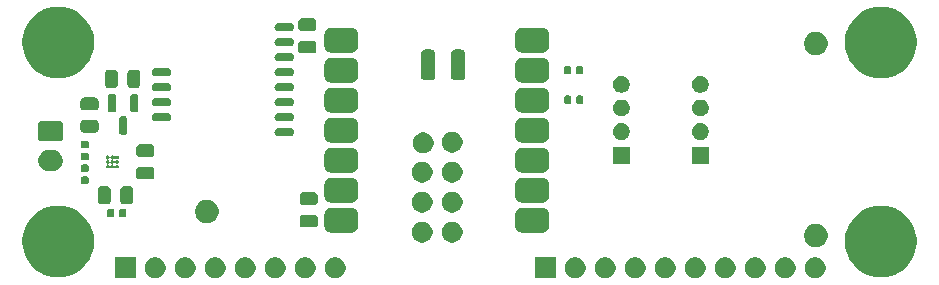
<source format=gts>
%TF.GenerationSoftware,KiCad,Pcbnew,9.0.1-9.0.1-0~ubuntu24.04.1*%
%TF.CreationDate,2025-04-26T21:29:35+02:00*%
%TF.ProjectId,meshtastic,6d657368-7461-4737-9469-632e6b696361,rev?*%
%TF.SameCoordinates,Original*%
%TF.FileFunction,Soldermask,Top*%
%TF.FilePolarity,Negative*%
%FSLAX46Y46*%
G04 Gerber Fmt 4.6, Leading zero omitted, Abs format (unit mm)*
G04 Created by KiCad (PCBNEW 9.0.1-9.0.1-0~ubuntu24.04.1) date 2025-04-26 21:29:35*
%MOMM*%
%LPD*%
G01*
G04 APERTURE LIST*
G04 APERTURE END LIST*
G36*
X112484542Y-111939893D02*
G01*
X112496870Y-111948130D01*
X112505107Y-111960458D01*
X112508000Y-111975000D01*
X112508000Y-113675000D01*
X112505107Y-113689542D01*
X112496870Y-113701870D01*
X112484542Y-113710107D01*
X112470000Y-113713000D01*
X110770000Y-113713000D01*
X110755458Y-113710107D01*
X110743130Y-113701870D01*
X110734893Y-113689542D01*
X110732000Y-113675000D01*
X110732000Y-111975000D01*
X110734893Y-111960458D01*
X110743130Y-111948130D01*
X110755458Y-111939893D01*
X110770000Y-111937000D01*
X112470000Y-111937000D01*
X112484542Y-111939893D01*
G37*
G36*
X148044542Y-111939893D02*
G01*
X148056870Y-111948130D01*
X148065107Y-111960458D01*
X148068000Y-111975000D01*
X148068000Y-113675000D01*
X148065107Y-113689542D01*
X148056870Y-113701870D01*
X148044542Y-113710107D01*
X148030000Y-113713000D01*
X146330000Y-113713000D01*
X146315458Y-113710107D01*
X146303130Y-113701870D01*
X146294893Y-113689542D01*
X146292000Y-113675000D01*
X146292000Y-111975000D01*
X146294893Y-111960458D01*
X146303130Y-111948130D01*
X146315458Y-111939893D01*
X146330000Y-111937000D01*
X148030000Y-111937000D01*
X148044542Y-111939893D01*
G37*
G36*
X114417773Y-111975237D02*
G01*
X114578600Y-112041854D01*
X114723341Y-112138567D01*
X114846433Y-112261659D01*
X114943146Y-112406400D01*
X115009763Y-112567227D01*
X115043724Y-112737961D01*
X115043724Y-112912039D01*
X115009763Y-113082773D01*
X114943146Y-113243600D01*
X114846433Y-113388341D01*
X114723341Y-113511433D01*
X114578600Y-113608146D01*
X114417773Y-113674763D01*
X114247039Y-113708724D01*
X114072961Y-113708724D01*
X113902227Y-113674763D01*
X113741400Y-113608146D01*
X113596659Y-113511433D01*
X113473567Y-113388341D01*
X113376854Y-113243600D01*
X113310237Y-113082773D01*
X113276276Y-112912039D01*
X113276276Y-112737961D01*
X113310237Y-112567227D01*
X113376854Y-112406400D01*
X113473567Y-112261659D01*
X113596659Y-112138567D01*
X113741400Y-112041854D01*
X113902227Y-111975237D01*
X114072961Y-111941276D01*
X114247039Y-111941276D01*
X114417773Y-111975237D01*
G37*
G36*
X116957773Y-111975237D02*
G01*
X117118600Y-112041854D01*
X117263341Y-112138567D01*
X117386433Y-112261659D01*
X117483146Y-112406400D01*
X117549763Y-112567227D01*
X117583724Y-112737961D01*
X117583724Y-112912039D01*
X117549763Y-113082773D01*
X117483146Y-113243600D01*
X117386433Y-113388341D01*
X117263341Y-113511433D01*
X117118600Y-113608146D01*
X116957773Y-113674763D01*
X116787039Y-113708724D01*
X116612961Y-113708724D01*
X116442227Y-113674763D01*
X116281400Y-113608146D01*
X116136659Y-113511433D01*
X116013567Y-113388341D01*
X115916854Y-113243600D01*
X115850237Y-113082773D01*
X115816276Y-112912039D01*
X115816276Y-112737961D01*
X115850237Y-112567227D01*
X115916854Y-112406400D01*
X116013567Y-112261659D01*
X116136659Y-112138567D01*
X116281400Y-112041854D01*
X116442227Y-111975237D01*
X116612961Y-111941276D01*
X116787039Y-111941276D01*
X116957773Y-111975237D01*
G37*
G36*
X119497773Y-111975237D02*
G01*
X119658600Y-112041854D01*
X119803341Y-112138567D01*
X119926433Y-112261659D01*
X120023146Y-112406400D01*
X120089763Y-112567227D01*
X120123724Y-112737961D01*
X120123724Y-112912039D01*
X120089763Y-113082773D01*
X120023146Y-113243600D01*
X119926433Y-113388341D01*
X119803341Y-113511433D01*
X119658600Y-113608146D01*
X119497773Y-113674763D01*
X119327039Y-113708724D01*
X119152961Y-113708724D01*
X118982227Y-113674763D01*
X118821400Y-113608146D01*
X118676659Y-113511433D01*
X118553567Y-113388341D01*
X118456854Y-113243600D01*
X118390237Y-113082773D01*
X118356276Y-112912039D01*
X118356276Y-112737961D01*
X118390237Y-112567227D01*
X118456854Y-112406400D01*
X118553567Y-112261659D01*
X118676659Y-112138567D01*
X118821400Y-112041854D01*
X118982227Y-111975237D01*
X119152961Y-111941276D01*
X119327039Y-111941276D01*
X119497773Y-111975237D01*
G37*
G36*
X122037773Y-111975237D02*
G01*
X122198600Y-112041854D01*
X122343341Y-112138567D01*
X122466433Y-112261659D01*
X122563146Y-112406400D01*
X122629763Y-112567227D01*
X122663724Y-112737961D01*
X122663724Y-112912039D01*
X122629763Y-113082773D01*
X122563146Y-113243600D01*
X122466433Y-113388341D01*
X122343341Y-113511433D01*
X122198600Y-113608146D01*
X122037773Y-113674763D01*
X121867039Y-113708724D01*
X121692961Y-113708724D01*
X121522227Y-113674763D01*
X121361400Y-113608146D01*
X121216659Y-113511433D01*
X121093567Y-113388341D01*
X120996854Y-113243600D01*
X120930237Y-113082773D01*
X120896276Y-112912039D01*
X120896276Y-112737961D01*
X120930237Y-112567227D01*
X120996854Y-112406400D01*
X121093567Y-112261659D01*
X121216659Y-112138567D01*
X121361400Y-112041854D01*
X121522227Y-111975237D01*
X121692961Y-111941276D01*
X121867039Y-111941276D01*
X122037773Y-111975237D01*
G37*
G36*
X124577773Y-111975237D02*
G01*
X124738600Y-112041854D01*
X124883341Y-112138567D01*
X125006433Y-112261659D01*
X125103146Y-112406400D01*
X125169763Y-112567227D01*
X125203724Y-112737961D01*
X125203724Y-112912039D01*
X125169763Y-113082773D01*
X125103146Y-113243600D01*
X125006433Y-113388341D01*
X124883341Y-113511433D01*
X124738600Y-113608146D01*
X124577773Y-113674763D01*
X124407039Y-113708724D01*
X124232961Y-113708724D01*
X124062227Y-113674763D01*
X123901400Y-113608146D01*
X123756659Y-113511433D01*
X123633567Y-113388341D01*
X123536854Y-113243600D01*
X123470237Y-113082773D01*
X123436276Y-112912039D01*
X123436276Y-112737961D01*
X123470237Y-112567227D01*
X123536854Y-112406400D01*
X123633567Y-112261659D01*
X123756659Y-112138567D01*
X123901400Y-112041854D01*
X124062227Y-111975237D01*
X124232961Y-111941276D01*
X124407039Y-111941276D01*
X124577773Y-111975237D01*
G37*
G36*
X127117773Y-111975237D02*
G01*
X127278600Y-112041854D01*
X127423341Y-112138567D01*
X127546433Y-112261659D01*
X127643146Y-112406400D01*
X127709763Y-112567227D01*
X127743724Y-112737961D01*
X127743724Y-112912039D01*
X127709763Y-113082773D01*
X127643146Y-113243600D01*
X127546433Y-113388341D01*
X127423341Y-113511433D01*
X127278600Y-113608146D01*
X127117773Y-113674763D01*
X126947039Y-113708724D01*
X126772961Y-113708724D01*
X126602227Y-113674763D01*
X126441400Y-113608146D01*
X126296659Y-113511433D01*
X126173567Y-113388341D01*
X126076854Y-113243600D01*
X126010237Y-113082773D01*
X125976276Y-112912039D01*
X125976276Y-112737961D01*
X126010237Y-112567227D01*
X126076854Y-112406400D01*
X126173567Y-112261659D01*
X126296659Y-112138567D01*
X126441400Y-112041854D01*
X126602227Y-111975237D01*
X126772961Y-111941276D01*
X126947039Y-111941276D01*
X127117773Y-111975237D01*
G37*
G36*
X129657773Y-111975237D02*
G01*
X129818600Y-112041854D01*
X129963341Y-112138567D01*
X130086433Y-112261659D01*
X130183146Y-112406400D01*
X130249763Y-112567227D01*
X130283724Y-112737961D01*
X130283724Y-112912039D01*
X130249763Y-113082773D01*
X130183146Y-113243600D01*
X130086433Y-113388341D01*
X129963341Y-113511433D01*
X129818600Y-113608146D01*
X129657773Y-113674763D01*
X129487039Y-113708724D01*
X129312961Y-113708724D01*
X129142227Y-113674763D01*
X128981400Y-113608146D01*
X128836659Y-113511433D01*
X128713567Y-113388341D01*
X128616854Y-113243600D01*
X128550237Y-113082773D01*
X128516276Y-112912039D01*
X128516276Y-112737961D01*
X128550237Y-112567227D01*
X128616854Y-112406400D01*
X128713567Y-112261659D01*
X128836659Y-112138567D01*
X128981400Y-112041854D01*
X129142227Y-111975237D01*
X129312961Y-111941276D01*
X129487039Y-111941276D01*
X129657773Y-111975237D01*
G37*
G36*
X149977773Y-111975237D02*
G01*
X150138600Y-112041854D01*
X150283341Y-112138567D01*
X150406433Y-112261659D01*
X150503146Y-112406400D01*
X150569763Y-112567227D01*
X150603724Y-112737961D01*
X150603724Y-112912039D01*
X150569763Y-113082773D01*
X150503146Y-113243600D01*
X150406433Y-113388341D01*
X150283341Y-113511433D01*
X150138600Y-113608146D01*
X149977773Y-113674763D01*
X149807039Y-113708724D01*
X149632961Y-113708724D01*
X149462227Y-113674763D01*
X149301400Y-113608146D01*
X149156659Y-113511433D01*
X149033567Y-113388341D01*
X148936854Y-113243600D01*
X148870237Y-113082773D01*
X148836276Y-112912039D01*
X148836276Y-112737961D01*
X148870237Y-112567227D01*
X148936854Y-112406400D01*
X149033567Y-112261659D01*
X149156659Y-112138567D01*
X149301400Y-112041854D01*
X149462227Y-111975237D01*
X149632961Y-111941276D01*
X149807039Y-111941276D01*
X149977773Y-111975237D01*
G37*
G36*
X152517773Y-111975237D02*
G01*
X152678600Y-112041854D01*
X152823341Y-112138567D01*
X152946433Y-112261659D01*
X153043146Y-112406400D01*
X153109763Y-112567227D01*
X153143724Y-112737961D01*
X153143724Y-112912039D01*
X153109763Y-113082773D01*
X153043146Y-113243600D01*
X152946433Y-113388341D01*
X152823341Y-113511433D01*
X152678600Y-113608146D01*
X152517773Y-113674763D01*
X152347039Y-113708724D01*
X152172961Y-113708724D01*
X152002227Y-113674763D01*
X151841400Y-113608146D01*
X151696659Y-113511433D01*
X151573567Y-113388341D01*
X151476854Y-113243600D01*
X151410237Y-113082773D01*
X151376276Y-112912039D01*
X151376276Y-112737961D01*
X151410237Y-112567227D01*
X151476854Y-112406400D01*
X151573567Y-112261659D01*
X151696659Y-112138567D01*
X151841400Y-112041854D01*
X152002227Y-111975237D01*
X152172961Y-111941276D01*
X152347039Y-111941276D01*
X152517773Y-111975237D01*
G37*
G36*
X155057773Y-111975237D02*
G01*
X155218600Y-112041854D01*
X155363341Y-112138567D01*
X155486433Y-112261659D01*
X155583146Y-112406400D01*
X155649763Y-112567227D01*
X155683724Y-112737961D01*
X155683724Y-112912039D01*
X155649763Y-113082773D01*
X155583146Y-113243600D01*
X155486433Y-113388341D01*
X155363341Y-113511433D01*
X155218600Y-113608146D01*
X155057773Y-113674763D01*
X154887039Y-113708724D01*
X154712961Y-113708724D01*
X154542227Y-113674763D01*
X154381400Y-113608146D01*
X154236659Y-113511433D01*
X154113567Y-113388341D01*
X154016854Y-113243600D01*
X153950237Y-113082773D01*
X153916276Y-112912039D01*
X153916276Y-112737961D01*
X153950237Y-112567227D01*
X154016854Y-112406400D01*
X154113567Y-112261659D01*
X154236659Y-112138567D01*
X154381400Y-112041854D01*
X154542227Y-111975237D01*
X154712961Y-111941276D01*
X154887039Y-111941276D01*
X155057773Y-111975237D01*
G37*
G36*
X157597773Y-111975237D02*
G01*
X157758600Y-112041854D01*
X157903341Y-112138567D01*
X158026433Y-112261659D01*
X158123146Y-112406400D01*
X158189763Y-112567227D01*
X158223724Y-112737961D01*
X158223724Y-112912039D01*
X158189763Y-113082773D01*
X158123146Y-113243600D01*
X158026433Y-113388341D01*
X157903341Y-113511433D01*
X157758600Y-113608146D01*
X157597773Y-113674763D01*
X157427039Y-113708724D01*
X157252961Y-113708724D01*
X157082227Y-113674763D01*
X156921400Y-113608146D01*
X156776659Y-113511433D01*
X156653567Y-113388341D01*
X156556854Y-113243600D01*
X156490237Y-113082773D01*
X156456276Y-112912039D01*
X156456276Y-112737961D01*
X156490237Y-112567227D01*
X156556854Y-112406400D01*
X156653567Y-112261659D01*
X156776659Y-112138567D01*
X156921400Y-112041854D01*
X157082227Y-111975237D01*
X157252961Y-111941276D01*
X157427039Y-111941276D01*
X157597773Y-111975237D01*
G37*
G36*
X160137773Y-111975237D02*
G01*
X160298600Y-112041854D01*
X160443341Y-112138567D01*
X160566433Y-112261659D01*
X160663146Y-112406400D01*
X160729763Y-112567227D01*
X160763724Y-112737961D01*
X160763724Y-112912039D01*
X160729763Y-113082773D01*
X160663146Y-113243600D01*
X160566433Y-113388341D01*
X160443341Y-113511433D01*
X160298600Y-113608146D01*
X160137773Y-113674763D01*
X159967039Y-113708724D01*
X159792961Y-113708724D01*
X159622227Y-113674763D01*
X159461400Y-113608146D01*
X159316659Y-113511433D01*
X159193567Y-113388341D01*
X159096854Y-113243600D01*
X159030237Y-113082773D01*
X158996276Y-112912039D01*
X158996276Y-112737961D01*
X159030237Y-112567227D01*
X159096854Y-112406400D01*
X159193567Y-112261659D01*
X159316659Y-112138567D01*
X159461400Y-112041854D01*
X159622227Y-111975237D01*
X159792961Y-111941276D01*
X159967039Y-111941276D01*
X160137773Y-111975237D01*
G37*
G36*
X162677773Y-111975237D02*
G01*
X162838600Y-112041854D01*
X162983341Y-112138567D01*
X163106433Y-112261659D01*
X163203146Y-112406400D01*
X163269763Y-112567227D01*
X163303724Y-112737961D01*
X163303724Y-112912039D01*
X163269763Y-113082773D01*
X163203146Y-113243600D01*
X163106433Y-113388341D01*
X162983341Y-113511433D01*
X162838600Y-113608146D01*
X162677773Y-113674763D01*
X162507039Y-113708724D01*
X162332961Y-113708724D01*
X162162227Y-113674763D01*
X162001400Y-113608146D01*
X161856659Y-113511433D01*
X161733567Y-113388341D01*
X161636854Y-113243600D01*
X161570237Y-113082773D01*
X161536276Y-112912039D01*
X161536276Y-112737961D01*
X161570237Y-112567227D01*
X161636854Y-112406400D01*
X161733567Y-112261659D01*
X161856659Y-112138567D01*
X162001400Y-112041854D01*
X162162227Y-111975237D01*
X162332961Y-111941276D01*
X162507039Y-111941276D01*
X162677773Y-111975237D01*
G37*
G36*
X165217773Y-111975237D02*
G01*
X165378600Y-112041854D01*
X165523341Y-112138567D01*
X165646433Y-112261659D01*
X165743146Y-112406400D01*
X165809763Y-112567227D01*
X165843724Y-112737961D01*
X165843724Y-112912039D01*
X165809763Y-113082773D01*
X165743146Y-113243600D01*
X165646433Y-113388341D01*
X165523341Y-113511433D01*
X165378600Y-113608146D01*
X165217773Y-113674763D01*
X165047039Y-113708724D01*
X164872961Y-113708724D01*
X164702227Y-113674763D01*
X164541400Y-113608146D01*
X164396659Y-113511433D01*
X164273567Y-113388341D01*
X164176854Y-113243600D01*
X164110237Y-113082773D01*
X164076276Y-112912039D01*
X164076276Y-112737961D01*
X164110237Y-112567227D01*
X164176854Y-112406400D01*
X164273567Y-112261659D01*
X164396659Y-112138567D01*
X164541400Y-112041854D01*
X164702227Y-111975237D01*
X164872961Y-111941276D01*
X165047039Y-111941276D01*
X165217773Y-111975237D01*
G37*
G36*
X167757773Y-111975237D02*
G01*
X167918600Y-112041854D01*
X168063341Y-112138567D01*
X168186433Y-112261659D01*
X168283146Y-112406400D01*
X168349763Y-112567227D01*
X168383724Y-112737961D01*
X168383724Y-112912039D01*
X168349763Y-113082773D01*
X168283146Y-113243600D01*
X168186433Y-113388341D01*
X168063341Y-113511433D01*
X167918600Y-113608146D01*
X167757773Y-113674763D01*
X167587039Y-113708724D01*
X167412961Y-113708724D01*
X167242227Y-113674763D01*
X167081400Y-113608146D01*
X166936659Y-113511433D01*
X166813567Y-113388341D01*
X166716854Y-113243600D01*
X166650237Y-113082773D01*
X166616276Y-112912039D01*
X166616276Y-112737961D01*
X166650237Y-112567227D01*
X166716854Y-112406400D01*
X166813567Y-112261659D01*
X166936659Y-112138567D01*
X167081400Y-112041854D01*
X167242227Y-111975237D01*
X167412961Y-111941276D01*
X167587039Y-111941276D01*
X167757773Y-111975237D01*
G37*
G36*
X170297773Y-111975237D02*
G01*
X170458600Y-112041854D01*
X170603341Y-112138567D01*
X170726433Y-112261659D01*
X170823146Y-112406400D01*
X170889763Y-112567227D01*
X170923724Y-112737961D01*
X170923724Y-112912039D01*
X170889763Y-113082773D01*
X170823146Y-113243600D01*
X170726433Y-113388341D01*
X170603341Y-113511433D01*
X170458600Y-113608146D01*
X170297773Y-113674763D01*
X170127039Y-113708724D01*
X169952961Y-113708724D01*
X169782227Y-113674763D01*
X169621400Y-113608146D01*
X169476659Y-113511433D01*
X169353567Y-113388341D01*
X169256854Y-113243600D01*
X169190237Y-113082773D01*
X169156276Y-112912039D01*
X169156276Y-112737961D01*
X169190237Y-112567227D01*
X169256854Y-112406400D01*
X169353567Y-112261659D01*
X169476659Y-112138567D01*
X169621400Y-112041854D01*
X169782227Y-111975237D01*
X169952961Y-111941276D01*
X170127039Y-111941276D01*
X170297773Y-111975237D01*
G37*
G36*
X106458884Y-107604924D02*
G01*
X106791026Y-107680733D01*
X107112592Y-107793254D01*
X107419538Y-107941071D01*
X107708003Y-108122326D01*
X107974361Y-108334739D01*
X108215261Y-108575639D01*
X108427674Y-108841997D01*
X108608929Y-109130462D01*
X108756746Y-109437408D01*
X108869267Y-109758974D01*
X108945076Y-110091116D01*
X108983221Y-110429658D01*
X108983221Y-110770342D01*
X108945076Y-111108884D01*
X108869267Y-111441026D01*
X108756746Y-111762592D01*
X108608929Y-112069538D01*
X108427674Y-112358003D01*
X108215261Y-112624361D01*
X107974361Y-112865261D01*
X107708003Y-113077674D01*
X107419538Y-113258929D01*
X107112592Y-113406746D01*
X106791026Y-113519267D01*
X106458884Y-113595076D01*
X106120342Y-113633221D01*
X105779658Y-113633221D01*
X105441116Y-113595076D01*
X105108974Y-113519267D01*
X104787408Y-113406746D01*
X104480462Y-113258929D01*
X104191997Y-113077674D01*
X103925639Y-112865261D01*
X103684739Y-112624361D01*
X103472326Y-112358003D01*
X103291071Y-112069538D01*
X103143254Y-111762592D01*
X103030733Y-111441026D01*
X102954924Y-111108884D01*
X102916779Y-110770342D01*
X102916779Y-110429658D01*
X102954924Y-110091116D01*
X103030733Y-109758974D01*
X103143254Y-109437408D01*
X103291071Y-109130462D01*
X103472326Y-108841997D01*
X103684739Y-108575639D01*
X103925639Y-108334739D01*
X104191997Y-108122326D01*
X104480462Y-107941071D01*
X104787408Y-107793254D01*
X105108974Y-107680733D01*
X105441116Y-107604924D01*
X105779658Y-107566779D01*
X106120342Y-107566779D01*
X106458884Y-107604924D01*
G37*
G36*
X176108884Y-107604924D02*
G01*
X176441026Y-107680733D01*
X176762592Y-107793254D01*
X177069538Y-107941071D01*
X177358003Y-108122326D01*
X177624361Y-108334739D01*
X177865261Y-108575639D01*
X178077674Y-108841997D01*
X178258929Y-109130462D01*
X178406746Y-109437408D01*
X178519267Y-109758974D01*
X178595076Y-110091116D01*
X178633221Y-110429658D01*
X178633221Y-110770342D01*
X178595076Y-111108884D01*
X178519267Y-111441026D01*
X178406746Y-111762592D01*
X178258929Y-112069538D01*
X178077674Y-112358003D01*
X177865261Y-112624361D01*
X177624361Y-112865261D01*
X177358003Y-113077674D01*
X177069538Y-113258929D01*
X176762592Y-113406746D01*
X176441026Y-113519267D01*
X176108884Y-113595076D01*
X175770342Y-113633221D01*
X175429658Y-113633221D01*
X175091116Y-113595076D01*
X174758974Y-113519267D01*
X174437408Y-113406746D01*
X174130462Y-113258929D01*
X173841997Y-113077674D01*
X173575639Y-112865261D01*
X173334739Y-112624361D01*
X173122326Y-112358003D01*
X172941071Y-112069538D01*
X172793254Y-111762592D01*
X172680733Y-111441026D01*
X172604924Y-111108884D01*
X172566779Y-110770342D01*
X172566779Y-110429658D01*
X172604924Y-110091116D01*
X172680733Y-109758974D01*
X172793254Y-109437408D01*
X172941071Y-109130462D01*
X173122326Y-108841997D01*
X173334739Y-108575639D01*
X173575639Y-108334739D01*
X173841997Y-108122326D01*
X174130462Y-107941071D01*
X174437408Y-107793254D01*
X174758974Y-107680733D01*
X175091116Y-107604924D01*
X175429658Y-107566779D01*
X175770342Y-107566779D01*
X176108884Y-107604924D01*
G37*
G36*
X170386285Y-109131060D02*
G01*
X170567397Y-109206079D01*
X170730393Y-109314990D01*
X170869010Y-109453607D01*
X170977921Y-109616603D01*
X171052940Y-109797715D01*
X171091185Y-109989983D01*
X171091185Y-110186017D01*
X171052940Y-110378285D01*
X170977921Y-110559397D01*
X170869010Y-110722393D01*
X170730393Y-110861010D01*
X170567397Y-110969921D01*
X170386285Y-111044940D01*
X170194017Y-111083185D01*
X169997983Y-111083185D01*
X169805715Y-111044940D01*
X169624603Y-110969921D01*
X169461607Y-110861010D01*
X169322990Y-110722393D01*
X169214079Y-110559397D01*
X169139060Y-110378285D01*
X169100815Y-110186017D01*
X169100815Y-109989983D01*
X169139060Y-109797715D01*
X169214079Y-109616603D01*
X169322990Y-109453607D01*
X169461607Y-109314990D01*
X169624603Y-109206079D01*
X169805715Y-109131060D01*
X169997983Y-109092815D01*
X170194017Y-109092815D01*
X170386285Y-109131060D01*
G37*
G36*
X137017773Y-108971737D02*
G01*
X137178600Y-109038354D01*
X137323341Y-109135067D01*
X137446433Y-109258159D01*
X137543146Y-109402900D01*
X137609763Y-109563727D01*
X137643724Y-109734461D01*
X137643724Y-109908539D01*
X137609763Y-110079273D01*
X137543146Y-110240100D01*
X137446433Y-110384841D01*
X137323341Y-110507933D01*
X137178600Y-110604646D01*
X137017773Y-110671263D01*
X136847039Y-110705224D01*
X136672961Y-110705224D01*
X136502227Y-110671263D01*
X136341400Y-110604646D01*
X136196659Y-110507933D01*
X136073567Y-110384841D01*
X135976854Y-110240100D01*
X135910237Y-110079273D01*
X135876276Y-109908539D01*
X135876276Y-109734461D01*
X135910237Y-109563727D01*
X135976854Y-109402900D01*
X136073567Y-109258159D01*
X136196659Y-109135067D01*
X136341400Y-109038354D01*
X136502227Y-108971737D01*
X136672961Y-108937776D01*
X136847039Y-108937776D01*
X137017773Y-108971737D01*
G37*
G36*
X139557773Y-108971737D02*
G01*
X139718600Y-109038354D01*
X139863341Y-109135067D01*
X139986433Y-109258159D01*
X140083146Y-109402900D01*
X140149763Y-109563727D01*
X140183724Y-109734461D01*
X140183724Y-109908539D01*
X140149763Y-110079273D01*
X140083146Y-110240100D01*
X139986433Y-110384841D01*
X139863341Y-110507933D01*
X139718600Y-110604646D01*
X139557773Y-110671263D01*
X139387039Y-110705224D01*
X139212961Y-110705224D01*
X139042227Y-110671263D01*
X138881400Y-110604646D01*
X138736659Y-110507933D01*
X138613567Y-110384841D01*
X138516854Y-110240100D01*
X138450237Y-110079273D01*
X138416276Y-109908539D01*
X138416276Y-109734461D01*
X138450237Y-109563727D01*
X138516854Y-109402900D01*
X138613567Y-109258159D01*
X138736659Y-109135067D01*
X138881400Y-109038354D01*
X139042227Y-108971737D01*
X139212961Y-108937776D01*
X139387039Y-108937776D01*
X139557773Y-108971737D01*
G37*
G36*
X130796261Y-107749759D02*
G01*
X130876253Y-107756055D01*
X130895679Y-107761698D01*
X130922010Y-107764861D01*
X130965236Y-107781907D01*
X131010151Y-107794956D01*
X131033813Y-107808950D01*
X131061553Y-107819889D01*
X131094297Y-107844720D01*
X131128886Y-107865176D01*
X131152778Y-107889068D01*
X131181074Y-107910526D01*
X131202531Y-107938821D01*
X131226423Y-107962713D01*
X131246877Y-107997299D01*
X131271711Y-108030047D01*
X131282650Y-108057788D01*
X131296643Y-108081448D01*
X131309690Y-108126356D01*
X131326739Y-108169590D01*
X131329901Y-108195924D01*
X131335544Y-108215346D01*
X131341837Y-108295315D01*
X131342400Y-108300000D01*
X131342400Y-109300000D01*
X131341837Y-109304686D01*
X131335544Y-109384653D01*
X131329901Y-109404073D01*
X131326739Y-109430410D01*
X131309689Y-109473646D01*
X131296643Y-109518551D01*
X131282651Y-109542208D01*
X131271711Y-109569953D01*
X131246875Y-109602703D01*
X131226423Y-109637286D01*
X131202534Y-109661174D01*
X131181074Y-109689474D01*
X131152774Y-109710934D01*
X131128886Y-109734823D01*
X131094303Y-109755275D01*
X131061553Y-109780111D01*
X131033808Y-109791051D01*
X131010151Y-109805043D01*
X130965246Y-109818089D01*
X130922010Y-109835139D01*
X130895673Y-109838301D01*
X130876253Y-109843944D01*
X130796286Y-109850237D01*
X130791600Y-109850800D01*
X129041600Y-109850800D01*
X129036915Y-109850237D01*
X128956946Y-109843944D01*
X128937524Y-109838301D01*
X128911190Y-109835139D01*
X128867956Y-109818090D01*
X128823048Y-109805043D01*
X128799388Y-109791050D01*
X128771647Y-109780111D01*
X128738899Y-109755277D01*
X128704313Y-109734823D01*
X128680421Y-109710931D01*
X128652126Y-109689474D01*
X128630668Y-109661178D01*
X128606776Y-109637286D01*
X128586320Y-109602697D01*
X128561489Y-109569953D01*
X128550550Y-109542213D01*
X128536556Y-109518551D01*
X128523507Y-109473636D01*
X128506461Y-109430410D01*
X128503298Y-109404079D01*
X128497655Y-109384653D01*
X128491359Y-109304661D01*
X128490800Y-109300000D01*
X128490800Y-108300000D01*
X128491359Y-108295339D01*
X128497655Y-108215346D01*
X128503299Y-108195918D01*
X128506461Y-108169590D01*
X128523505Y-108126366D01*
X128536556Y-108081448D01*
X128550551Y-108057783D01*
X128561489Y-108030047D01*
X128586317Y-107997305D01*
X128606776Y-107962713D01*
X128630671Y-107938817D01*
X128652126Y-107910526D01*
X128680417Y-107889071D01*
X128704313Y-107865176D01*
X128738905Y-107844717D01*
X128771647Y-107819889D01*
X128799383Y-107808951D01*
X128823048Y-107794956D01*
X128867966Y-107781905D01*
X128911190Y-107764861D01*
X128937518Y-107761699D01*
X128956946Y-107756055D01*
X129036939Y-107749759D01*
X129041600Y-107749200D01*
X130791600Y-107749200D01*
X130796261Y-107749759D01*
G37*
G36*
X146961261Y-107749759D02*
G01*
X147041253Y-107756055D01*
X147060679Y-107761698D01*
X147087010Y-107764861D01*
X147130236Y-107781907D01*
X147175151Y-107794956D01*
X147198813Y-107808950D01*
X147226553Y-107819889D01*
X147259297Y-107844720D01*
X147293886Y-107865176D01*
X147317778Y-107889068D01*
X147346074Y-107910526D01*
X147367531Y-107938821D01*
X147391423Y-107962713D01*
X147411877Y-107997299D01*
X147436711Y-108030047D01*
X147447650Y-108057788D01*
X147461643Y-108081448D01*
X147474690Y-108126356D01*
X147491739Y-108169590D01*
X147494901Y-108195924D01*
X147500544Y-108215346D01*
X147506837Y-108295315D01*
X147507400Y-108300000D01*
X147507400Y-109300000D01*
X147506837Y-109304686D01*
X147500544Y-109384653D01*
X147494901Y-109404073D01*
X147491739Y-109430410D01*
X147474689Y-109473646D01*
X147461643Y-109518551D01*
X147447651Y-109542208D01*
X147436711Y-109569953D01*
X147411875Y-109602703D01*
X147391423Y-109637286D01*
X147367534Y-109661174D01*
X147346074Y-109689474D01*
X147317774Y-109710934D01*
X147293886Y-109734823D01*
X147259303Y-109755275D01*
X147226553Y-109780111D01*
X147198808Y-109791051D01*
X147175151Y-109805043D01*
X147130246Y-109818089D01*
X147087010Y-109835139D01*
X147060673Y-109838301D01*
X147041253Y-109843944D01*
X146961286Y-109850237D01*
X146956600Y-109850800D01*
X145206600Y-109850800D01*
X145201915Y-109850237D01*
X145121946Y-109843944D01*
X145102524Y-109838301D01*
X145076190Y-109835139D01*
X145032956Y-109818090D01*
X144988048Y-109805043D01*
X144964388Y-109791050D01*
X144936647Y-109780111D01*
X144903899Y-109755277D01*
X144869313Y-109734823D01*
X144845421Y-109710931D01*
X144817126Y-109689474D01*
X144795668Y-109661178D01*
X144771776Y-109637286D01*
X144751320Y-109602697D01*
X144726489Y-109569953D01*
X144715550Y-109542213D01*
X144701556Y-109518551D01*
X144688507Y-109473636D01*
X144671461Y-109430410D01*
X144668298Y-109404079D01*
X144662655Y-109384653D01*
X144656359Y-109304661D01*
X144655800Y-109300000D01*
X144655800Y-108300000D01*
X144656359Y-108295339D01*
X144662655Y-108215346D01*
X144668299Y-108195918D01*
X144671461Y-108169590D01*
X144688505Y-108126366D01*
X144701556Y-108081448D01*
X144715551Y-108057783D01*
X144726489Y-108030047D01*
X144751317Y-107997305D01*
X144771776Y-107962713D01*
X144795671Y-107938817D01*
X144817126Y-107910526D01*
X144845417Y-107889071D01*
X144869313Y-107865176D01*
X144903905Y-107844717D01*
X144936647Y-107819889D01*
X144964383Y-107808951D01*
X144988048Y-107794956D01*
X145032966Y-107781905D01*
X145076190Y-107764861D01*
X145102518Y-107761699D01*
X145121946Y-107756055D01*
X145201939Y-107749759D01*
X145206600Y-107749200D01*
X146956600Y-107749200D01*
X146961261Y-107749759D01*
G37*
G36*
X127710938Y-108348650D02*
G01*
X127719782Y-108352555D01*
X127726336Y-108353510D01*
X127767310Y-108373541D01*
X127807759Y-108391401D01*
X127811503Y-108395145D01*
X127811848Y-108395314D01*
X127878685Y-108462151D01*
X127878853Y-108462495D01*
X127882599Y-108466241D01*
X127900463Y-108506700D01*
X127920489Y-108547663D01*
X127921443Y-108554214D01*
X127925350Y-108563062D01*
X127933000Y-108629000D01*
X127933000Y-109129000D01*
X127925350Y-109194938D01*
X127921443Y-109203785D01*
X127920489Y-109210336D01*
X127900468Y-109251289D01*
X127882599Y-109291759D01*
X127878852Y-109295505D01*
X127878685Y-109295848D01*
X127811848Y-109362685D01*
X127811505Y-109362852D01*
X127807759Y-109366599D01*
X127767289Y-109384468D01*
X127726336Y-109404489D01*
X127719785Y-109405443D01*
X127710938Y-109409350D01*
X127645000Y-109417000D01*
X126695000Y-109417000D01*
X126629062Y-109409350D01*
X126620214Y-109405443D01*
X126613663Y-109404489D01*
X126572700Y-109384463D01*
X126532241Y-109366599D01*
X126528495Y-109362853D01*
X126528151Y-109362685D01*
X126461314Y-109295848D01*
X126461145Y-109295503D01*
X126457401Y-109291759D01*
X126439541Y-109251310D01*
X126419510Y-109210336D01*
X126418555Y-109203782D01*
X126414650Y-109194938D01*
X126407000Y-109129000D01*
X126407000Y-108629000D01*
X126414650Y-108563062D01*
X126418554Y-108554218D01*
X126419510Y-108547663D01*
X126439545Y-108506678D01*
X126457401Y-108466241D01*
X126461144Y-108462497D01*
X126461314Y-108462151D01*
X126528151Y-108395314D01*
X126528497Y-108395144D01*
X126532241Y-108391401D01*
X126572678Y-108373545D01*
X126613663Y-108353510D01*
X126620218Y-108352554D01*
X126629062Y-108348650D01*
X126695000Y-108341000D01*
X127645000Y-108341000D01*
X127710938Y-108348650D01*
G37*
G36*
X118824285Y-107099060D02*
G01*
X119005397Y-107174079D01*
X119168393Y-107282990D01*
X119307010Y-107421607D01*
X119415921Y-107584603D01*
X119490940Y-107765715D01*
X119529185Y-107957983D01*
X119529185Y-108154017D01*
X119490940Y-108346285D01*
X119415921Y-108527397D01*
X119307010Y-108690393D01*
X119168393Y-108829010D01*
X119005397Y-108937921D01*
X118824285Y-109012940D01*
X118632017Y-109051185D01*
X118435983Y-109051185D01*
X118243715Y-109012940D01*
X118062603Y-108937921D01*
X117899607Y-108829010D01*
X117760990Y-108690393D01*
X117652079Y-108527397D01*
X117577060Y-108346285D01*
X117538815Y-108154017D01*
X117538815Y-107957983D01*
X117577060Y-107765715D01*
X117652079Y-107584603D01*
X117760990Y-107421607D01*
X117899607Y-107282990D01*
X118062603Y-107174079D01*
X118243715Y-107099060D01*
X118435983Y-107060815D01*
X118632017Y-107060815D01*
X118824285Y-107099060D01*
G37*
G36*
X110591204Y-107855169D02*
G01*
X110647329Y-107892671D01*
X110684831Y-107948796D01*
X110698000Y-108015000D01*
X110698000Y-108385000D01*
X110684831Y-108451204D01*
X110647329Y-108507329D01*
X110591204Y-108544831D01*
X110525000Y-108558000D01*
X110255000Y-108558000D01*
X110188796Y-108544831D01*
X110132671Y-108507329D01*
X110095169Y-108451204D01*
X110082000Y-108385000D01*
X110082000Y-108015000D01*
X110095169Y-107948796D01*
X110132671Y-107892671D01*
X110188796Y-107855169D01*
X110255000Y-107842000D01*
X110525000Y-107842000D01*
X110591204Y-107855169D01*
G37*
G36*
X111611204Y-107855169D02*
G01*
X111667329Y-107892671D01*
X111704831Y-107948796D01*
X111718000Y-108015000D01*
X111718000Y-108385000D01*
X111704831Y-108451204D01*
X111667329Y-108507329D01*
X111611204Y-108544831D01*
X111545000Y-108558000D01*
X111275000Y-108558000D01*
X111208796Y-108544831D01*
X111152671Y-108507329D01*
X111115169Y-108451204D01*
X111102000Y-108385000D01*
X111102000Y-108015000D01*
X111115169Y-107948796D01*
X111152671Y-107892671D01*
X111208796Y-107855169D01*
X111275000Y-107842000D01*
X111545000Y-107842000D01*
X111611204Y-107855169D01*
G37*
G36*
X137017773Y-106431737D02*
G01*
X137178600Y-106498354D01*
X137323341Y-106595067D01*
X137446433Y-106718159D01*
X137543146Y-106862900D01*
X137609763Y-107023727D01*
X137643724Y-107194461D01*
X137643724Y-107368539D01*
X137609763Y-107539273D01*
X137543146Y-107700100D01*
X137446433Y-107844841D01*
X137323341Y-107967933D01*
X137178600Y-108064646D01*
X137017773Y-108131263D01*
X136847039Y-108165224D01*
X136672961Y-108165224D01*
X136502227Y-108131263D01*
X136341400Y-108064646D01*
X136196659Y-107967933D01*
X136073567Y-107844841D01*
X135976854Y-107700100D01*
X135910237Y-107539273D01*
X135876276Y-107368539D01*
X135876276Y-107194461D01*
X135910237Y-107023727D01*
X135976854Y-106862900D01*
X136073567Y-106718159D01*
X136196659Y-106595067D01*
X136341400Y-106498354D01*
X136502227Y-106431737D01*
X136672961Y-106397776D01*
X136847039Y-106397776D01*
X137017773Y-106431737D01*
G37*
G36*
X139557773Y-106431737D02*
G01*
X139718600Y-106498354D01*
X139863341Y-106595067D01*
X139986433Y-106718159D01*
X140083146Y-106862900D01*
X140149763Y-107023727D01*
X140183724Y-107194461D01*
X140183724Y-107368539D01*
X140149763Y-107539273D01*
X140083146Y-107700100D01*
X139986433Y-107844841D01*
X139863341Y-107967933D01*
X139718600Y-108064646D01*
X139557773Y-108131263D01*
X139387039Y-108165224D01*
X139212961Y-108165224D01*
X139042227Y-108131263D01*
X138881400Y-108064646D01*
X138736659Y-107967933D01*
X138613567Y-107844841D01*
X138516854Y-107700100D01*
X138450237Y-107539273D01*
X138416276Y-107368539D01*
X138416276Y-107194461D01*
X138450237Y-107023727D01*
X138516854Y-106862900D01*
X138613567Y-106718159D01*
X138736659Y-106595067D01*
X138881400Y-106498354D01*
X139042227Y-106431737D01*
X139212961Y-106397776D01*
X139387039Y-106397776D01*
X139557773Y-106431737D01*
G37*
G36*
X127710938Y-106448650D02*
G01*
X127719782Y-106452555D01*
X127726336Y-106453510D01*
X127767310Y-106473541D01*
X127807759Y-106491401D01*
X127811503Y-106495145D01*
X127811848Y-106495314D01*
X127878685Y-106562151D01*
X127878853Y-106562495D01*
X127882599Y-106566241D01*
X127900463Y-106606700D01*
X127920489Y-106647663D01*
X127921443Y-106654214D01*
X127925350Y-106663062D01*
X127933000Y-106729000D01*
X127933000Y-107229000D01*
X127925350Y-107294938D01*
X127921443Y-107303785D01*
X127920489Y-107310336D01*
X127900468Y-107351289D01*
X127882599Y-107391759D01*
X127878852Y-107395505D01*
X127878685Y-107395848D01*
X127811848Y-107462685D01*
X127811505Y-107462852D01*
X127807759Y-107466599D01*
X127767289Y-107484468D01*
X127726336Y-107504489D01*
X127719785Y-107505443D01*
X127710938Y-107509350D01*
X127645000Y-107517000D01*
X126695000Y-107517000D01*
X126629062Y-107509350D01*
X126620214Y-107505443D01*
X126613663Y-107504489D01*
X126572700Y-107484463D01*
X126532241Y-107466599D01*
X126528495Y-107462853D01*
X126528151Y-107462685D01*
X126461314Y-107395848D01*
X126461145Y-107395503D01*
X126457401Y-107391759D01*
X126439541Y-107351310D01*
X126419510Y-107310336D01*
X126418555Y-107303782D01*
X126414650Y-107294938D01*
X126407000Y-107229000D01*
X126407000Y-106729000D01*
X126414650Y-106663062D01*
X126418554Y-106654218D01*
X126419510Y-106647663D01*
X126439545Y-106606678D01*
X126457401Y-106566241D01*
X126461144Y-106562497D01*
X126461314Y-106562151D01*
X126528151Y-106495314D01*
X126528497Y-106495144D01*
X126532241Y-106491401D01*
X126572678Y-106473545D01*
X126613663Y-106453510D01*
X126620218Y-106452554D01*
X126629062Y-106448650D01*
X126695000Y-106441000D01*
X127645000Y-106441000D01*
X127710938Y-106448650D01*
G37*
G36*
X110165938Y-105944650D02*
G01*
X110174782Y-105948555D01*
X110181336Y-105949510D01*
X110222310Y-105969541D01*
X110262759Y-105987401D01*
X110266503Y-105991145D01*
X110266848Y-105991314D01*
X110333685Y-106058151D01*
X110333853Y-106058495D01*
X110337599Y-106062241D01*
X110355463Y-106102700D01*
X110375489Y-106143663D01*
X110376443Y-106150214D01*
X110380350Y-106159062D01*
X110388000Y-106225000D01*
X110388000Y-107175000D01*
X110380350Y-107240938D01*
X110376443Y-107249785D01*
X110375489Y-107256336D01*
X110355468Y-107297289D01*
X110337599Y-107337759D01*
X110333852Y-107341505D01*
X110333685Y-107341848D01*
X110266848Y-107408685D01*
X110266505Y-107408852D01*
X110262759Y-107412599D01*
X110222289Y-107430468D01*
X110181336Y-107450489D01*
X110174785Y-107451443D01*
X110165938Y-107455350D01*
X110100000Y-107463000D01*
X109600000Y-107463000D01*
X109534062Y-107455350D01*
X109525214Y-107451443D01*
X109518663Y-107450489D01*
X109477700Y-107430463D01*
X109437241Y-107412599D01*
X109433495Y-107408853D01*
X109433151Y-107408685D01*
X109366314Y-107341848D01*
X109366145Y-107341503D01*
X109362401Y-107337759D01*
X109344541Y-107297310D01*
X109324510Y-107256336D01*
X109323555Y-107249782D01*
X109319650Y-107240938D01*
X109312000Y-107175000D01*
X109312000Y-106225000D01*
X109319650Y-106159062D01*
X109323554Y-106150218D01*
X109324510Y-106143663D01*
X109344545Y-106102678D01*
X109362401Y-106062241D01*
X109366144Y-106058497D01*
X109366314Y-106058151D01*
X109433151Y-105991314D01*
X109433497Y-105991144D01*
X109437241Y-105987401D01*
X109477678Y-105969545D01*
X109518663Y-105949510D01*
X109525218Y-105948554D01*
X109534062Y-105944650D01*
X109600000Y-105937000D01*
X110100000Y-105937000D01*
X110165938Y-105944650D01*
G37*
G36*
X112065938Y-105944650D02*
G01*
X112074782Y-105948555D01*
X112081336Y-105949510D01*
X112122310Y-105969541D01*
X112162759Y-105987401D01*
X112166503Y-105991145D01*
X112166848Y-105991314D01*
X112233685Y-106058151D01*
X112233853Y-106058495D01*
X112237599Y-106062241D01*
X112255463Y-106102700D01*
X112275489Y-106143663D01*
X112276443Y-106150214D01*
X112280350Y-106159062D01*
X112288000Y-106225000D01*
X112288000Y-107175000D01*
X112280350Y-107240938D01*
X112276443Y-107249785D01*
X112275489Y-107256336D01*
X112255468Y-107297289D01*
X112237599Y-107337759D01*
X112233852Y-107341505D01*
X112233685Y-107341848D01*
X112166848Y-107408685D01*
X112166505Y-107408852D01*
X112162759Y-107412599D01*
X112122289Y-107430468D01*
X112081336Y-107450489D01*
X112074785Y-107451443D01*
X112065938Y-107455350D01*
X112000000Y-107463000D01*
X111500000Y-107463000D01*
X111434062Y-107455350D01*
X111425214Y-107451443D01*
X111418663Y-107450489D01*
X111377700Y-107430463D01*
X111337241Y-107412599D01*
X111333495Y-107408853D01*
X111333151Y-107408685D01*
X111266314Y-107341848D01*
X111266145Y-107341503D01*
X111262401Y-107337759D01*
X111244541Y-107297310D01*
X111224510Y-107256336D01*
X111223555Y-107249782D01*
X111219650Y-107240938D01*
X111212000Y-107175000D01*
X111212000Y-106225000D01*
X111219650Y-106159062D01*
X111223554Y-106150218D01*
X111224510Y-106143663D01*
X111244545Y-106102678D01*
X111262401Y-106062241D01*
X111266144Y-106058497D01*
X111266314Y-106058151D01*
X111333151Y-105991314D01*
X111333497Y-105991144D01*
X111337241Y-105987401D01*
X111377678Y-105969545D01*
X111418663Y-105949510D01*
X111425218Y-105948554D01*
X111434062Y-105944650D01*
X111500000Y-105937000D01*
X112000000Y-105937000D01*
X112065938Y-105944650D01*
G37*
G36*
X130796261Y-105209759D02*
G01*
X130876253Y-105216055D01*
X130895679Y-105221698D01*
X130922010Y-105224861D01*
X130965236Y-105241907D01*
X131010151Y-105254956D01*
X131033813Y-105268950D01*
X131061553Y-105279889D01*
X131094297Y-105304720D01*
X131128886Y-105325176D01*
X131152778Y-105349068D01*
X131181074Y-105370526D01*
X131202531Y-105398821D01*
X131226423Y-105422713D01*
X131246877Y-105457299D01*
X131271711Y-105490047D01*
X131282650Y-105517788D01*
X131296643Y-105541448D01*
X131309690Y-105586356D01*
X131326739Y-105629590D01*
X131329901Y-105655924D01*
X131335544Y-105675346D01*
X131341837Y-105755315D01*
X131342400Y-105760000D01*
X131342400Y-106760000D01*
X131341837Y-106764686D01*
X131335544Y-106844653D01*
X131329901Y-106864073D01*
X131326739Y-106890410D01*
X131309689Y-106933646D01*
X131296643Y-106978551D01*
X131282651Y-107002208D01*
X131271711Y-107029953D01*
X131246875Y-107062703D01*
X131226423Y-107097286D01*
X131202534Y-107121174D01*
X131181074Y-107149474D01*
X131152774Y-107170934D01*
X131128886Y-107194823D01*
X131094303Y-107215275D01*
X131061553Y-107240111D01*
X131033808Y-107251051D01*
X131010151Y-107265043D01*
X130965246Y-107278089D01*
X130922010Y-107295139D01*
X130895673Y-107298301D01*
X130876253Y-107303944D01*
X130796286Y-107310237D01*
X130791600Y-107310800D01*
X129041600Y-107310800D01*
X129036915Y-107310237D01*
X128956946Y-107303944D01*
X128937524Y-107298301D01*
X128911190Y-107295139D01*
X128867956Y-107278090D01*
X128823048Y-107265043D01*
X128799388Y-107251050D01*
X128771647Y-107240111D01*
X128738899Y-107215277D01*
X128704313Y-107194823D01*
X128680421Y-107170931D01*
X128652126Y-107149474D01*
X128630668Y-107121178D01*
X128606776Y-107097286D01*
X128586320Y-107062697D01*
X128561489Y-107029953D01*
X128550550Y-107002213D01*
X128536556Y-106978551D01*
X128523507Y-106933636D01*
X128506461Y-106890410D01*
X128503298Y-106864079D01*
X128497655Y-106844653D01*
X128491359Y-106764661D01*
X128490800Y-106760000D01*
X128490800Y-105760000D01*
X128491359Y-105755339D01*
X128497655Y-105675346D01*
X128503299Y-105655918D01*
X128506461Y-105629590D01*
X128523505Y-105586366D01*
X128536556Y-105541448D01*
X128550551Y-105517783D01*
X128561489Y-105490047D01*
X128586317Y-105457305D01*
X128606776Y-105422713D01*
X128630671Y-105398817D01*
X128652126Y-105370526D01*
X128680417Y-105349071D01*
X128704313Y-105325176D01*
X128738905Y-105304717D01*
X128771647Y-105279889D01*
X128799383Y-105268951D01*
X128823048Y-105254956D01*
X128867966Y-105241905D01*
X128911190Y-105224861D01*
X128937518Y-105221699D01*
X128956946Y-105216055D01*
X129036939Y-105209759D01*
X129041600Y-105209200D01*
X130791600Y-105209200D01*
X130796261Y-105209759D01*
G37*
G36*
X146961261Y-105209759D02*
G01*
X147041253Y-105216055D01*
X147060679Y-105221698D01*
X147087010Y-105224861D01*
X147130236Y-105241907D01*
X147175151Y-105254956D01*
X147198813Y-105268950D01*
X147226553Y-105279889D01*
X147259297Y-105304720D01*
X147293886Y-105325176D01*
X147317778Y-105349068D01*
X147346074Y-105370526D01*
X147367531Y-105398821D01*
X147391423Y-105422713D01*
X147411877Y-105457299D01*
X147436711Y-105490047D01*
X147447650Y-105517788D01*
X147461643Y-105541448D01*
X147474690Y-105586356D01*
X147491739Y-105629590D01*
X147494901Y-105655924D01*
X147500544Y-105675346D01*
X147506837Y-105755315D01*
X147507400Y-105760000D01*
X147507400Y-106760000D01*
X147506837Y-106764686D01*
X147500544Y-106844653D01*
X147494901Y-106864073D01*
X147491739Y-106890410D01*
X147474689Y-106933646D01*
X147461643Y-106978551D01*
X147447651Y-107002208D01*
X147436711Y-107029953D01*
X147411875Y-107062703D01*
X147391423Y-107097286D01*
X147367534Y-107121174D01*
X147346074Y-107149474D01*
X147317774Y-107170934D01*
X147293886Y-107194823D01*
X147259303Y-107215275D01*
X147226553Y-107240111D01*
X147198808Y-107251051D01*
X147175151Y-107265043D01*
X147130246Y-107278089D01*
X147087010Y-107295139D01*
X147060673Y-107298301D01*
X147041253Y-107303944D01*
X146961286Y-107310237D01*
X146956600Y-107310800D01*
X145206600Y-107310800D01*
X145201915Y-107310237D01*
X145121946Y-107303944D01*
X145102524Y-107298301D01*
X145076190Y-107295139D01*
X145032956Y-107278090D01*
X144988048Y-107265043D01*
X144964388Y-107251050D01*
X144936647Y-107240111D01*
X144903899Y-107215277D01*
X144869313Y-107194823D01*
X144845421Y-107170931D01*
X144817126Y-107149474D01*
X144795668Y-107121178D01*
X144771776Y-107097286D01*
X144751320Y-107062697D01*
X144726489Y-107029953D01*
X144715550Y-107002213D01*
X144701556Y-106978551D01*
X144688507Y-106933636D01*
X144671461Y-106890410D01*
X144668298Y-106864079D01*
X144662655Y-106844653D01*
X144656359Y-106764661D01*
X144655800Y-106760000D01*
X144655800Y-105760000D01*
X144656359Y-105755339D01*
X144662655Y-105675346D01*
X144668299Y-105655918D01*
X144671461Y-105629590D01*
X144688505Y-105586366D01*
X144701556Y-105541448D01*
X144715551Y-105517783D01*
X144726489Y-105490047D01*
X144751317Y-105457305D01*
X144771776Y-105422713D01*
X144795671Y-105398817D01*
X144817126Y-105370526D01*
X144845417Y-105349071D01*
X144869313Y-105325176D01*
X144903905Y-105304717D01*
X144936647Y-105279889D01*
X144964383Y-105268951D01*
X144988048Y-105254956D01*
X145032966Y-105241905D01*
X145076190Y-105224861D01*
X145102518Y-105221699D01*
X145121946Y-105216055D01*
X145201939Y-105209759D01*
X145206600Y-105209200D01*
X146956600Y-105209200D01*
X146961261Y-105209759D01*
G37*
G36*
X108451204Y-105115169D02*
G01*
X108507329Y-105152671D01*
X108544831Y-105208796D01*
X108558000Y-105275000D01*
X108558000Y-105545000D01*
X108544831Y-105611204D01*
X108507329Y-105667329D01*
X108451204Y-105704831D01*
X108385000Y-105718000D01*
X108015000Y-105718000D01*
X107948796Y-105704831D01*
X107892671Y-105667329D01*
X107855169Y-105611204D01*
X107842000Y-105545000D01*
X107842000Y-105275000D01*
X107855169Y-105208796D01*
X107892671Y-105152671D01*
X107948796Y-105115169D01*
X108015000Y-105102000D01*
X108385000Y-105102000D01*
X108451204Y-105115169D01*
G37*
G36*
X137017773Y-103891737D02*
G01*
X137178600Y-103958354D01*
X137323341Y-104055067D01*
X137446433Y-104178159D01*
X137543146Y-104322900D01*
X137609763Y-104483727D01*
X137643724Y-104654461D01*
X137643724Y-104828539D01*
X137609763Y-104999273D01*
X137543146Y-105160100D01*
X137446433Y-105304841D01*
X137323341Y-105427933D01*
X137178600Y-105524646D01*
X137017773Y-105591263D01*
X136847039Y-105625224D01*
X136672961Y-105625224D01*
X136502227Y-105591263D01*
X136341400Y-105524646D01*
X136196659Y-105427933D01*
X136073567Y-105304841D01*
X135976854Y-105160100D01*
X135910237Y-104999273D01*
X135876276Y-104828539D01*
X135876276Y-104654461D01*
X135910237Y-104483727D01*
X135976854Y-104322900D01*
X136073567Y-104178159D01*
X136196659Y-104055067D01*
X136341400Y-103958354D01*
X136502227Y-103891737D01*
X136672961Y-103857776D01*
X136847039Y-103857776D01*
X137017773Y-103891737D01*
G37*
G36*
X139557773Y-103891737D02*
G01*
X139718600Y-103958354D01*
X139863341Y-104055067D01*
X139986433Y-104178159D01*
X140083146Y-104322900D01*
X140149763Y-104483727D01*
X140183724Y-104654461D01*
X140183724Y-104828539D01*
X140149763Y-104999273D01*
X140083146Y-105160100D01*
X139986433Y-105304841D01*
X139863341Y-105427933D01*
X139718600Y-105524646D01*
X139557773Y-105591263D01*
X139387039Y-105625224D01*
X139212961Y-105625224D01*
X139042227Y-105591263D01*
X138881400Y-105524646D01*
X138736659Y-105427933D01*
X138613567Y-105304841D01*
X138516854Y-105160100D01*
X138450237Y-104999273D01*
X138416276Y-104828539D01*
X138416276Y-104654461D01*
X138450237Y-104483727D01*
X138516854Y-104322900D01*
X138613567Y-104178159D01*
X138736659Y-104055067D01*
X138881400Y-103958354D01*
X139042227Y-103891737D01*
X139212961Y-103857776D01*
X139387039Y-103857776D01*
X139557773Y-103891737D01*
G37*
G36*
X113867938Y-104284650D02*
G01*
X113876782Y-104288555D01*
X113883336Y-104289510D01*
X113924310Y-104309541D01*
X113964759Y-104327401D01*
X113968503Y-104331145D01*
X113968848Y-104331314D01*
X114035685Y-104398151D01*
X114035853Y-104398495D01*
X114039599Y-104402241D01*
X114057463Y-104442700D01*
X114077489Y-104483663D01*
X114078443Y-104490214D01*
X114082350Y-104499062D01*
X114090000Y-104565000D01*
X114090000Y-105065000D01*
X114082350Y-105130938D01*
X114078443Y-105139785D01*
X114077489Y-105146336D01*
X114057468Y-105187289D01*
X114039599Y-105227759D01*
X114035852Y-105231505D01*
X114035685Y-105231848D01*
X113968848Y-105298685D01*
X113968505Y-105298852D01*
X113964759Y-105302599D01*
X113924289Y-105320468D01*
X113883336Y-105340489D01*
X113876785Y-105341443D01*
X113867938Y-105345350D01*
X113802000Y-105353000D01*
X112852000Y-105353000D01*
X112786062Y-105345350D01*
X112777214Y-105341443D01*
X112770663Y-105340489D01*
X112729700Y-105320463D01*
X112689241Y-105302599D01*
X112685495Y-105298853D01*
X112685151Y-105298685D01*
X112618314Y-105231848D01*
X112618145Y-105231503D01*
X112614401Y-105227759D01*
X112596541Y-105187310D01*
X112576510Y-105146336D01*
X112575555Y-105139782D01*
X112571650Y-105130938D01*
X112564000Y-105065000D01*
X112564000Y-104565000D01*
X112571650Y-104499062D01*
X112575554Y-104490218D01*
X112576510Y-104483663D01*
X112596545Y-104442678D01*
X112614401Y-104402241D01*
X112618144Y-104398497D01*
X112618314Y-104398151D01*
X112685151Y-104331314D01*
X112685497Y-104331144D01*
X112689241Y-104327401D01*
X112729678Y-104309545D01*
X112770663Y-104289510D01*
X112777218Y-104288554D01*
X112786062Y-104284650D01*
X112852000Y-104277000D01*
X113802000Y-104277000D01*
X113867938Y-104284650D01*
G37*
G36*
X130796261Y-102669759D02*
G01*
X130876253Y-102676055D01*
X130895679Y-102681698D01*
X130922010Y-102684861D01*
X130965236Y-102701907D01*
X131010151Y-102714956D01*
X131033813Y-102728950D01*
X131061553Y-102739889D01*
X131094297Y-102764720D01*
X131128886Y-102785176D01*
X131152778Y-102809068D01*
X131181074Y-102830526D01*
X131202531Y-102858821D01*
X131226423Y-102882713D01*
X131246877Y-102917299D01*
X131271711Y-102950047D01*
X131282650Y-102977788D01*
X131296643Y-103001448D01*
X131309690Y-103046356D01*
X131326739Y-103089590D01*
X131329901Y-103115924D01*
X131335544Y-103135346D01*
X131341837Y-103215315D01*
X131342400Y-103220000D01*
X131342400Y-104220000D01*
X131341837Y-104224686D01*
X131335544Y-104304653D01*
X131329901Y-104324073D01*
X131326739Y-104350410D01*
X131309689Y-104393646D01*
X131296643Y-104438551D01*
X131282651Y-104462208D01*
X131271711Y-104489953D01*
X131246875Y-104522703D01*
X131226423Y-104557286D01*
X131202534Y-104581174D01*
X131181074Y-104609474D01*
X131152774Y-104630934D01*
X131128886Y-104654823D01*
X131094303Y-104675275D01*
X131061553Y-104700111D01*
X131033808Y-104711051D01*
X131010151Y-104725043D01*
X130965246Y-104738089D01*
X130922010Y-104755139D01*
X130895673Y-104758301D01*
X130876253Y-104763944D01*
X130796286Y-104770237D01*
X130791600Y-104770800D01*
X129041600Y-104770800D01*
X129036915Y-104770237D01*
X128956946Y-104763944D01*
X128937524Y-104758301D01*
X128911190Y-104755139D01*
X128867956Y-104738090D01*
X128823048Y-104725043D01*
X128799388Y-104711050D01*
X128771647Y-104700111D01*
X128738899Y-104675277D01*
X128704313Y-104654823D01*
X128680421Y-104630931D01*
X128652126Y-104609474D01*
X128630668Y-104581178D01*
X128606776Y-104557286D01*
X128586320Y-104522697D01*
X128561489Y-104489953D01*
X128550550Y-104462213D01*
X128536556Y-104438551D01*
X128523507Y-104393636D01*
X128506461Y-104350410D01*
X128503298Y-104324079D01*
X128497655Y-104304653D01*
X128491359Y-104224661D01*
X128490800Y-104220000D01*
X128490800Y-103220000D01*
X128491359Y-103215339D01*
X128497655Y-103135346D01*
X128503299Y-103115918D01*
X128506461Y-103089590D01*
X128523505Y-103046366D01*
X128536556Y-103001448D01*
X128550551Y-102977783D01*
X128561489Y-102950047D01*
X128586317Y-102917305D01*
X128606776Y-102882713D01*
X128630671Y-102858817D01*
X128652126Y-102830526D01*
X128680417Y-102809071D01*
X128704313Y-102785176D01*
X128738905Y-102764717D01*
X128771647Y-102739889D01*
X128799383Y-102728951D01*
X128823048Y-102714956D01*
X128867966Y-102701905D01*
X128911190Y-102684861D01*
X128937518Y-102681699D01*
X128956946Y-102676055D01*
X129036939Y-102669759D01*
X129041600Y-102669200D01*
X130791600Y-102669200D01*
X130796261Y-102669759D01*
G37*
G36*
X146961261Y-102669759D02*
G01*
X147041253Y-102676055D01*
X147060679Y-102681698D01*
X147087010Y-102684861D01*
X147130236Y-102701907D01*
X147175151Y-102714956D01*
X147198813Y-102728950D01*
X147226553Y-102739889D01*
X147259297Y-102764720D01*
X147293886Y-102785176D01*
X147317778Y-102809068D01*
X147346074Y-102830526D01*
X147367531Y-102858821D01*
X147391423Y-102882713D01*
X147411877Y-102917299D01*
X147436711Y-102950047D01*
X147447650Y-102977788D01*
X147461643Y-103001448D01*
X147474690Y-103046356D01*
X147491739Y-103089590D01*
X147494901Y-103115924D01*
X147500544Y-103135346D01*
X147506837Y-103215315D01*
X147507400Y-103220000D01*
X147507400Y-104220000D01*
X147506837Y-104224686D01*
X147500544Y-104304653D01*
X147494901Y-104324073D01*
X147491739Y-104350410D01*
X147474689Y-104393646D01*
X147461643Y-104438551D01*
X147447651Y-104462208D01*
X147436711Y-104489953D01*
X147411875Y-104522703D01*
X147391423Y-104557286D01*
X147367534Y-104581174D01*
X147346074Y-104609474D01*
X147317774Y-104630934D01*
X147293886Y-104654823D01*
X147259303Y-104675275D01*
X147226553Y-104700111D01*
X147198808Y-104711051D01*
X147175151Y-104725043D01*
X147130246Y-104738089D01*
X147087010Y-104755139D01*
X147060673Y-104758301D01*
X147041253Y-104763944D01*
X146961286Y-104770237D01*
X146956600Y-104770800D01*
X145206600Y-104770800D01*
X145201915Y-104770237D01*
X145121946Y-104763944D01*
X145102524Y-104758301D01*
X145076190Y-104755139D01*
X145032956Y-104738090D01*
X144988048Y-104725043D01*
X144964388Y-104711050D01*
X144936647Y-104700111D01*
X144903899Y-104675277D01*
X144869313Y-104654823D01*
X144845421Y-104630931D01*
X144817126Y-104609474D01*
X144795668Y-104581178D01*
X144771776Y-104557286D01*
X144751320Y-104522697D01*
X144726489Y-104489953D01*
X144715550Y-104462213D01*
X144701556Y-104438551D01*
X144688507Y-104393636D01*
X144671461Y-104350410D01*
X144668298Y-104324079D01*
X144662655Y-104304653D01*
X144656359Y-104224661D01*
X144655800Y-104220000D01*
X144655800Y-103220000D01*
X144656359Y-103215339D01*
X144662655Y-103135346D01*
X144668299Y-103115918D01*
X144671461Y-103089590D01*
X144688505Y-103046366D01*
X144701556Y-103001448D01*
X144715551Y-102977783D01*
X144726489Y-102950047D01*
X144751317Y-102917305D01*
X144771776Y-102882713D01*
X144795671Y-102858817D01*
X144817126Y-102830526D01*
X144845417Y-102809071D01*
X144869313Y-102785176D01*
X144903905Y-102764717D01*
X144936647Y-102739889D01*
X144964383Y-102728951D01*
X144988048Y-102714956D01*
X145032966Y-102701905D01*
X145076190Y-102684861D01*
X145102518Y-102681699D01*
X145121946Y-102676055D01*
X145201939Y-102669759D01*
X145206600Y-102669200D01*
X146956600Y-102669200D01*
X146961261Y-102669759D01*
G37*
G36*
X108451204Y-104095169D02*
G01*
X108507329Y-104132671D01*
X108544831Y-104188796D01*
X108558000Y-104255000D01*
X108558000Y-104525000D01*
X108544831Y-104591204D01*
X108507329Y-104647329D01*
X108451204Y-104684831D01*
X108385000Y-104698000D01*
X108015000Y-104698000D01*
X107948796Y-104684831D01*
X107892671Y-104647329D01*
X107855169Y-104591204D01*
X107842000Y-104525000D01*
X107842000Y-104255000D01*
X107855169Y-104188796D01*
X107892671Y-104132671D01*
X107948796Y-104095169D01*
X108015000Y-104082000D01*
X108385000Y-104082000D01*
X108451204Y-104095169D01*
G37*
G36*
X105537039Y-102866276D02*
G01*
X105707773Y-102900237D01*
X105868600Y-102966854D01*
X106013341Y-103063567D01*
X106136433Y-103186659D01*
X106233146Y-103331400D01*
X106299763Y-103492227D01*
X106333724Y-103662961D01*
X106333724Y-103837039D01*
X106299763Y-104007773D01*
X106233146Y-104168600D01*
X106136433Y-104313341D01*
X106013341Y-104436433D01*
X105868600Y-104533146D01*
X105707773Y-104599763D01*
X105537039Y-104633724D01*
X105450000Y-104638000D01*
X105448460Y-104638000D01*
X105151540Y-104638000D01*
X105150000Y-104638000D01*
X105062961Y-104633724D01*
X104892227Y-104599763D01*
X104731400Y-104533146D01*
X104586659Y-104436433D01*
X104463567Y-104313341D01*
X104366854Y-104168600D01*
X104300237Y-104007773D01*
X104266276Y-103837039D01*
X104266276Y-103662961D01*
X104300237Y-103492227D01*
X104366854Y-103331400D01*
X104463567Y-103186659D01*
X104586659Y-103063567D01*
X104731400Y-102966854D01*
X104892227Y-102900237D01*
X105062961Y-102866276D01*
X105150000Y-102862000D01*
X105450000Y-102862000D01*
X105537039Y-102866276D01*
G37*
G36*
X110223558Y-103329470D02*
G01*
X110268530Y-103374442D01*
X110292539Y-103432405D01*
X110373461Y-103432405D01*
X110397470Y-103374442D01*
X110442442Y-103329470D01*
X110501200Y-103305132D01*
X110564800Y-103305132D01*
X110623558Y-103329470D01*
X110668530Y-103374442D01*
X110692539Y-103432405D01*
X110773461Y-103432405D01*
X110797470Y-103374442D01*
X110842442Y-103329470D01*
X110901200Y-103305132D01*
X110964800Y-103305132D01*
X111023558Y-103329470D01*
X111068530Y-103374442D01*
X111092868Y-103433200D01*
X111092868Y-103496800D01*
X111068530Y-103555558D01*
X111023558Y-103600530D01*
X110965594Y-103624539D01*
X110965594Y-103705460D01*
X111023558Y-103729470D01*
X111068530Y-103774442D01*
X111092868Y-103833200D01*
X111092868Y-103896800D01*
X111068530Y-103955558D01*
X111023558Y-104000530D01*
X110965594Y-104024539D01*
X110965594Y-104105460D01*
X111023558Y-104129470D01*
X111068530Y-104174442D01*
X111092868Y-104233200D01*
X111092868Y-104296800D01*
X111068530Y-104355558D01*
X111023558Y-104400530D01*
X110964800Y-104424868D01*
X110901200Y-104424868D01*
X110842442Y-104400530D01*
X110797470Y-104355558D01*
X110773461Y-104297594D01*
X110692539Y-104297594D01*
X110668530Y-104355558D01*
X110623558Y-104400530D01*
X110564800Y-104424868D01*
X110501200Y-104424868D01*
X110442442Y-104400530D01*
X110397470Y-104355558D01*
X110373461Y-104297594D01*
X110292539Y-104297594D01*
X110268530Y-104355558D01*
X110223558Y-104400530D01*
X110164800Y-104424868D01*
X110101200Y-104424868D01*
X110042442Y-104400530D01*
X109997470Y-104355558D01*
X109973132Y-104296800D01*
X109973132Y-104233200D01*
X109997470Y-104174442D01*
X110042442Y-104129470D01*
X110100405Y-104105461D01*
X110100405Y-104024539D01*
X110165594Y-104024539D01*
X110165594Y-104105460D01*
X110223558Y-104129470D01*
X110268530Y-104174442D01*
X110292539Y-104232405D01*
X110373461Y-104232405D01*
X110397470Y-104174442D01*
X110442442Y-104129470D01*
X110500405Y-104105461D01*
X110500405Y-104024539D01*
X110565594Y-104024539D01*
X110565594Y-104105460D01*
X110623558Y-104129470D01*
X110668530Y-104174442D01*
X110692539Y-104232405D01*
X110773461Y-104232405D01*
X110797470Y-104174442D01*
X110842442Y-104129470D01*
X110900405Y-104105461D01*
X110900405Y-104024538D01*
X110842442Y-104000530D01*
X110797470Y-103955558D01*
X110773461Y-103897594D01*
X110692539Y-103897594D01*
X110668530Y-103955558D01*
X110623558Y-104000530D01*
X110565594Y-104024539D01*
X110500405Y-104024539D01*
X110500405Y-104024538D01*
X110442442Y-104000530D01*
X110397470Y-103955558D01*
X110373461Y-103897594D01*
X110292539Y-103897594D01*
X110268530Y-103955558D01*
X110223558Y-104000530D01*
X110165594Y-104024539D01*
X110100405Y-104024539D01*
X110100405Y-104024538D01*
X110042442Y-104000530D01*
X109997470Y-103955558D01*
X109973132Y-103896800D01*
X109973132Y-103833200D01*
X109997470Y-103774442D01*
X110042442Y-103729470D01*
X110100405Y-103705461D01*
X110100405Y-103624539D01*
X110165594Y-103624539D01*
X110165594Y-103705460D01*
X110223558Y-103729470D01*
X110268530Y-103774442D01*
X110292539Y-103832405D01*
X110373461Y-103832405D01*
X110397470Y-103774442D01*
X110442442Y-103729470D01*
X110500405Y-103705461D01*
X110500405Y-103624539D01*
X110565594Y-103624539D01*
X110565594Y-103705460D01*
X110623558Y-103729470D01*
X110668530Y-103774442D01*
X110692539Y-103832405D01*
X110773461Y-103832405D01*
X110797470Y-103774442D01*
X110842442Y-103729470D01*
X110900405Y-103705461D01*
X110900405Y-103624538D01*
X110842442Y-103600530D01*
X110797470Y-103555558D01*
X110773461Y-103497594D01*
X110692539Y-103497594D01*
X110668530Y-103555558D01*
X110623558Y-103600530D01*
X110565594Y-103624539D01*
X110500405Y-103624539D01*
X110500405Y-103624538D01*
X110442442Y-103600530D01*
X110397470Y-103555558D01*
X110373461Y-103497594D01*
X110292539Y-103497594D01*
X110268530Y-103555558D01*
X110223558Y-103600530D01*
X110165594Y-103624539D01*
X110100405Y-103624539D01*
X110100405Y-103624538D01*
X110042442Y-103600530D01*
X109997470Y-103555558D01*
X109973132Y-103496800D01*
X109973132Y-103433200D01*
X109997470Y-103374442D01*
X110042442Y-103329470D01*
X110101200Y-103305132D01*
X110164800Y-103305132D01*
X110223558Y-103329470D01*
G37*
G36*
X154319542Y-102582893D02*
G01*
X154331870Y-102591130D01*
X154340107Y-102603458D01*
X154343000Y-102618000D01*
X154343000Y-103968000D01*
X154340107Y-103982542D01*
X154331870Y-103994870D01*
X154319542Y-104003107D01*
X154305000Y-104006000D01*
X152955000Y-104006000D01*
X152940458Y-104003107D01*
X152928130Y-103994870D01*
X152919893Y-103982542D01*
X152917000Y-103968000D01*
X152917000Y-102618000D01*
X152919893Y-102603458D01*
X152928130Y-102591130D01*
X152940458Y-102582893D01*
X152955000Y-102580000D01*
X154305000Y-102580000D01*
X154319542Y-102582893D01*
G37*
G36*
X161006542Y-102582893D02*
G01*
X161018870Y-102591130D01*
X161027107Y-102603458D01*
X161030000Y-102618000D01*
X161030000Y-103968000D01*
X161027107Y-103982542D01*
X161018870Y-103994870D01*
X161006542Y-104003107D01*
X160992000Y-104006000D01*
X159642000Y-104006000D01*
X159627458Y-104003107D01*
X159615130Y-103994870D01*
X159606893Y-103982542D01*
X159604000Y-103968000D01*
X159604000Y-102618000D01*
X159606893Y-102603458D01*
X159615130Y-102591130D01*
X159627458Y-102582893D01*
X159642000Y-102580000D01*
X160992000Y-102580000D01*
X161006542Y-102582893D01*
G37*
G36*
X108451204Y-103115169D02*
G01*
X108507329Y-103152671D01*
X108544831Y-103208796D01*
X108558000Y-103275000D01*
X108558000Y-103545000D01*
X108544831Y-103611204D01*
X108507329Y-103667329D01*
X108451204Y-103704831D01*
X108385000Y-103718000D01*
X108015000Y-103718000D01*
X107948796Y-103704831D01*
X107892671Y-103667329D01*
X107855169Y-103611204D01*
X107842000Y-103545000D01*
X107842000Y-103275000D01*
X107855169Y-103208796D01*
X107892671Y-103152671D01*
X107948796Y-103115169D01*
X108015000Y-103102000D01*
X108385000Y-103102000D01*
X108451204Y-103115169D01*
G37*
G36*
X113867938Y-102384650D02*
G01*
X113876782Y-102388555D01*
X113883336Y-102389510D01*
X113924310Y-102409541D01*
X113964759Y-102427401D01*
X113968503Y-102431145D01*
X113968848Y-102431314D01*
X114035685Y-102498151D01*
X114035853Y-102498495D01*
X114039599Y-102502241D01*
X114057463Y-102542700D01*
X114077489Y-102583663D01*
X114078443Y-102590214D01*
X114082350Y-102599062D01*
X114090000Y-102665000D01*
X114090000Y-103165000D01*
X114082350Y-103230938D01*
X114078443Y-103239785D01*
X114077489Y-103246336D01*
X114057468Y-103287289D01*
X114039599Y-103327759D01*
X114035852Y-103331505D01*
X114035685Y-103331848D01*
X113968848Y-103398685D01*
X113968505Y-103398852D01*
X113964759Y-103402599D01*
X113924289Y-103420468D01*
X113883336Y-103440489D01*
X113876785Y-103441443D01*
X113867938Y-103445350D01*
X113802000Y-103453000D01*
X112852000Y-103453000D01*
X112786062Y-103445350D01*
X112777214Y-103441443D01*
X112770663Y-103440489D01*
X112729700Y-103420463D01*
X112689241Y-103402599D01*
X112685495Y-103398853D01*
X112685151Y-103398685D01*
X112618314Y-103331848D01*
X112618145Y-103331503D01*
X112614401Y-103327759D01*
X112596541Y-103287310D01*
X112576510Y-103246336D01*
X112575555Y-103239782D01*
X112571650Y-103230938D01*
X112564000Y-103165000D01*
X112564000Y-102665000D01*
X112571650Y-102599062D01*
X112575554Y-102590218D01*
X112576510Y-102583663D01*
X112596545Y-102542678D01*
X112614401Y-102502241D01*
X112618144Y-102498497D01*
X112618314Y-102498151D01*
X112685151Y-102431314D01*
X112685497Y-102431144D01*
X112689241Y-102427401D01*
X112729678Y-102409545D01*
X112770663Y-102389510D01*
X112777218Y-102388554D01*
X112786062Y-102384650D01*
X112852000Y-102377000D01*
X113802000Y-102377000D01*
X113867938Y-102384650D01*
G37*
G36*
X137110373Y-101408537D02*
G01*
X137271200Y-101475154D01*
X137415941Y-101571867D01*
X137539033Y-101694959D01*
X137635746Y-101839700D01*
X137702363Y-102000527D01*
X137736324Y-102171261D01*
X137736324Y-102345339D01*
X137702363Y-102516073D01*
X137635746Y-102676900D01*
X137539033Y-102821641D01*
X137415941Y-102944733D01*
X137271200Y-103041446D01*
X137110373Y-103108063D01*
X136939639Y-103142024D01*
X136765561Y-103142024D01*
X136594827Y-103108063D01*
X136434000Y-103041446D01*
X136289259Y-102944733D01*
X136166167Y-102821641D01*
X136069454Y-102676900D01*
X136002837Y-102516073D01*
X135968876Y-102345339D01*
X135968876Y-102171261D01*
X136002837Y-102000527D01*
X136069454Y-101839700D01*
X136166167Y-101694959D01*
X136289259Y-101571867D01*
X136434000Y-101475154D01*
X136594827Y-101408537D01*
X136765561Y-101374576D01*
X136939639Y-101374576D01*
X137110373Y-101408537D01*
G37*
G36*
X139557773Y-101351737D02*
G01*
X139718600Y-101418354D01*
X139863341Y-101515067D01*
X139986433Y-101638159D01*
X140083146Y-101782900D01*
X140149763Y-101943727D01*
X140183724Y-102114461D01*
X140183724Y-102288539D01*
X140149763Y-102459273D01*
X140083146Y-102620100D01*
X139986433Y-102764841D01*
X139863341Y-102887933D01*
X139718600Y-102984646D01*
X139557773Y-103051263D01*
X139387039Y-103085224D01*
X139212961Y-103085224D01*
X139042227Y-103051263D01*
X138881400Y-102984646D01*
X138736659Y-102887933D01*
X138613567Y-102764841D01*
X138516854Y-102620100D01*
X138450237Y-102459273D01*
X138416276Y-102288539D01*
X138416276Y-102114461D01*
X138450237Y-101943727D01*
X138516854Y-101782900D01*
X138613567Y-101638159D01*
X138736659Y-101515067D01*
X138881400Y-101418354D01*
X139042227Y-101351737D01*
X139212961Y-101317776D01*
X139387039Y-101317776D01*
X139557773Y-101351737D01*
G37*
G36*
X108451204Y-102095169D02*
G01*
X108507329Y-102132671D01*
X108544831Y-102188796D01*
X108558000Y-102255000D01*
X108558000Y-102525000D01*
X108544831Y-102591204D01*
X108507329Y-102647329D01*
X108451204Y-102684831D01*
X108385000Y-102698000D01*
X108015000Y-102698000D01*
X107948796Y-102684831D01*
X107892671Y-102647329D01*
X107855169Y-102591204D01*
X107842000Y-102525000D01*
X107842000Y-102255000D01*
X107855169Y-102188796D01*
X107892671Y-102132671D01*
X107948796Y-102095169D01*
X108015000Y-102082000D01*
X108385000Y-102082000D01*
X108451204Y-102095169D01*
G37*
G36*
X130796261Y-100129759D02*
G01*
X130876253Y-100136055D01*
X130895679Y-100141698D01*
X130922010Y-100144861D01*
X130965236Y-100161907D01*
X131010151Y-100174956D01*
X131033813Y-100188950D01*
X131061553Y-100199889D01*
X131094297Y-100224720D01*
X131128886Y-100245176D01*
X131152778Y-100269068D01*
X131181074Y-100290526D01*
X131202531Y-100318821D01*
X131226423Y-100342713D01*
X131246877Y-100377299D01*
X131271711Y-100410047D01*
X131282650Y-100437788D01*
X131296643Y-100461448D01*
X131309690Y-100506356D01*
X131326739Y-100549590D01*
X131329901Y-100575924D01*
X131335544Y-100595346D01*
X131341837Y-100675315D01*
X131342400Y-100680000D01*
X131342400Y-101680000D01*
X131341837Y-101684686D01*
X131335544Y-101764653D01*
X131329901Y-101784073D01*
X131326739Y-101810410D01*
X131309689Y-101853646D01*
X131296643Y-101898551D01*
X131282651Y-101922208D01*
X131271711Y-101949953D01*
X131246875Y-101982703D01*
X131226423Y-102017286D01*
X131202534Y-102041174D01*
X131181074Y-102069474D01*
X131152774Y-102090934D01*
X131128886Y-102114823D01*
X131094303Y-102135275D01*
X131061553Y-102160111D01*
X131033808Y-102171051D01*
X131010151Y-102185043D01*
X130965246Y-102198089D01*
X130922010Y-102215139D01*
X130895673Y-102218301D01*
X130876253Y-102223944D01*
X130796286Y-102230237D01*
X130791600Y-102230800D01*
X129041600Y-102230800D01*
X129036915Y-102230237D01*
X128956946Y-102223944D01*
X128937524Y-102218301D01*
X128911190Y-102215139D01*
X128867956Y-102198090D01*
X128823048Y-102185043D01*
X128799388Y-102171050D01*
X128771647Y-102160111D01*
X128738899Y-102135277D01*
X128704313Y-102114823D01*
X128680421Y-102090931D01*
X128652126Y-102069474D01*
X128630668Y-102041178D01*
X128606776Y-102017286D01*
X128586320Y-101982697D01*
X128561489Y-101949953D01*
X128550550Y-101922213D01*
X128536556Y-101898551D01*
X128523507Y-101853636D01*
X128506461Y-101810410D01*
X128503298Y-101784079D01*
X128497655Y-101764653D01*
X128491359Y-101684661D01*
X128490800Y-101680000D01*
X128490800Y-100680000D01*
X128491359Y-100675339D01*
X128497655Y-100595346D01*
X128503299Y-100575918D01*
X128506461Y-100549590D01*
X128523505Y-100506366D01*
X128536556Y-100461448D01*
X128550551Y-100437783D01*
X128561489Y-100410047D01*
X128586317Y-100377305D01*
X128606776Y-100342713D01*
X128630671Y-100318817D01*
X128652126Y-100290526D01*
X128680417Y-100269071D01*
X128704313Y-100245176D01*
X128738905Y-100224717D01*
X128771647Y-100199889D01*
X128799383Y-100188951D01*
X128823048Y-100174956D01*
X128867966Y-100161905D01*
X128911190Y-100144861D01*
X128937518Y-100141699D01*
X128956946Y-100136055D01*
X129036939Y-100129759D01*
X129041600Y-100129200D01*
X130791600Y-100129200D01*
X130796261Y-100129759D01*
G37*
G36*
X146961261Y-100129759D02*
G01*
X147041253Y-100136055D01*
X147060679Y-100141698D01*
X147087010Y-100144861D01*
X147130236Y-100161907D01*
X147175151Y-100174956D01*
X147198813Y-100188950D01*
X147226553Y-100199889D01*
X147259297Y-100224720D01*
X147293886Y-100245176D01*
X147317778Y-100269068D01*
X147346074Y-100290526D01*
X147367531Y-100318821D01*
X147391423Y-100342713D01*
X147411877Y-100377299D01*
X147436711Y-100410047D01*
X147447650Y-100437788D01*
X147461643Y-100461448D01*
X147474690Y-100506356D01*
X147491739Y-100549590D01*
X147494901Y-100575924D01*
X147500544Y-100595346D01*
X147506837Y-100675315D01*
X147507400Y-100680000D01*
X147507400Y-101680000D01*
X147506837Y-101684686D01*
X147500544Y-101764653D01*
X147494901Y-101784073D01*
X147491739Y-101810410D01*
X147474689Y-101853646D01*
X147461643Y-101898551D01*
X147447651Y-101922208D01*
X147436711Y-101949953D01*
X147411875Y-101982703D01*
X147391423Y-102017286D01*
X147367534Y-102041174D01*
X147346074Y-102069474D01*
X147317774Y-102090934D01*
X147293886Y-102114823D01*
X147259303Y-102135275D01*
X147226553Y-102160111D01*
X147198808Y-102171051D01*
X147175151Y-102185043D01*
X147130246Y-102198089D01*
X147087010Y-102215139D01*
X147060673Y-102218301D01*
X147041253Y-102223944D01*
X146961286Y-102230237D01*
X146956600Y-102230800D01*
X145206600Y-102230800D01*
X145201915Y-102230237D01*
X145121946Y-102223944D01*
X145102524Y-102218301D01*
X145076190Y-102215139D01*
X145032956Y-102198090D01*
X144988048Y-102185043D01*
X144964388Y-102171050D01*
X144936647Y-102160111D01*
X144903899Y-102135277D01*
X144869313Y-102114823D01*
X144845421Y-102090931D01*
X144817126Y-102069474D01*
X144795668Y-102041178D01*
X144771776Y-102017286D01*
X144751320Y-101982697D01*
X144726489Y-101949953D01*
X144715550Y-101922213D01*
X144701556Y-101898551D01*
X144688507Y-101853636D01*
X144671461Y-101810410D01*
X144668298Y-101784079D01*
X144662655Y-101764653D01*
X144656359Y-101684661D01*
X144655800Y-101680000D01*
X144655800Y-100680000D01*
X144656359Y-100675339D01*
X144662655Y-100595346D01*
X144668299Y-100575918D01*
X144671461Y-100549590D01*
X144688505Y-100506366D01*
X144701556Y-100461448D01*
X144715551Y-100437783D01*
X144726489Y-100410047D01*
X144751317Y-100377305D01*
X144771776Y-100342713D01*
X144795671Y-100318817D01*
X144817126Y-100290526D01*
X144845417Y-100269071D01*
X144869313Y-100245176D01*
X144903905Y-100224717D01*
X144936647Y-100199889D01*
X144964383Y-100188951D01*
X144988048Y-100174956D01*
X145032966Y-100161905D01*
X145076190Y-100144861D01*
X145102518Y-100141699D01*
X145121946Y-100136055D01*
X145201939Y-100129759D01*
X145206600Y-100129200D01*
X146956600Y-100129200D01*
X146961261Y-100129759D01*
G37*
G36*
X106115938Y-100369650D02*
G01*
X106124782Y-100373555D01*
X106131336Y-100374510D01*
X106172310Y-100394541D01*
X106212759Y-100412401D01*
X106216503Y-100416145D01*
X106216848Y-100416314D01*
X106283685Y-100483151D01*
X106283853Y-100483495D01*
X106287599Y-100487241D01*
X106305463Y-100527700D01*
X106325489Y-100568663D01*
X106326443Y-100575214D01*
X106330350Y-100584062D01*
X106338000Y-100650000D01*
X106338000Y-101850000D01*
X106330350Y-101915938D01*
X106326443Y-101924785D01*
X106325489Y-101931336D01*
X106305468Y-101972289D01*
X106287599Y-102012759D01*
X106283852Y-102016505D01*
X106283685Y-102016848D01*
X106216848Y-102083685D01*
X106216505Y-102083852D01*
X106212759Y-102087599D01*
X106172289Y-102105468D01*
X106131336Y-102125489D01*
X106124785Y-102126443D01*
X106115938Y-102130350D01*
X106050000Y-102138000D01*
X104550000Y-102138000D01*
X104484062Y-102130350D01*
X104475214Y-102126443D01*
X104468663Y-102125489D01*
X104427700Y-102105463D01*
X104387241Y-102087599D01*
X104383495Y-102083853D01*
X104383151Y-102083685D01*
X104316314Y-102016848D01*
X104316145Y-102016503D01*
X104312401Y-102012759D01*
X104294541Y-101972310D01*
X104274510Y-101931336D01*
X104273555Y-101924782D01*
X104269650Y-101915938D01*
X104262000Y-101850000D01*
X104262000Y-100650000D01*
X104269650Y-100584062D01*
X104273554Y-100575218D01*
X104274510Y-100568663D01*
X104294545Y-100527678D01*
X104312401Y-100487241D01*
X104316144Y-100483497D01*
X104316314Y-100483151D01*
X104383151Y-100416314D01*
X104383497Y-100416144D01*
X104387241Y-100412401D01*
X104427678Y-100394545D01*
X104468663Y-100374510D01*
X104475218Y-100373554D01*
X104484062Y-100369650D01*
X104550000Y-100362000D01*
X106050000Y-100362000D01*
X106115938Y-100369650D01*
G37*
G36*
X153836973Y-100610702D02*
G01*
X153966106Y-100664190D01*
X154082322Y-100741844D01*
X154181156Y-100840678D01*
X154258810Y-100956894D01*
X154312298Y-101086027D01*
X154339567Y-101223114D01*
X154339567Y-101362886D01*
X154312298Y-101499973D01*
X154258810Y-101629106D01*
X154181156Y-101745322D01*
X154082322Y-101844156D01*
X153966106Y-101921810D01*
X153836973Y-101975298D01*
X153699886Y-102002567D01*
X153560114Y-102002567D01*
X153423027Y-101975298D01*
X153293894Y-101921810D01*
X153177678Y-101844156D01*
X153078844Y-101745322D01*
X153001190Y-101629106D01*
X152947702Y-101499973D01*
X152920433Y-101362886D01*
X152920433Y-101223114D01*
X152947702Y-101086027D01*
X153001190Y-100956894D01*
X153078844Y-100840678D01*
X153177678Y-100741844D01*
X153293894Y-100664190D01*
X153423027Y-100610702D01*
X153560114Y-100583433D01*
X153699886Y-100583433D01*
X153836973Y-100610702D01*
G37*
G36*
X160523973Y-100610702D02*
G01*
X160653106Y-100664190D01*
X160769322Y-100741844D01*
X160868156Y-100840678D01*
X160945810Y-100956894D01*
X160999298Y-101086027D01*
X161026567Y-101223114D01*
X161026567Y-101362886D01*
X160999298Y-101499973D01*
X160945810Y-101629106D01*
X160868156Y-101745322D01*
X160769322Y-101844156D01*
X160653106Y-101921810D01*
X160523973Y-101975298D01*
X160386886Y-102002567D01*
X160247114Y-102002567D01*
X160110027Y-101975298D01*
X159980894Y-101921810D01*
X159864678Y-101844156D01*
X159765844Y-101745322D01*
X159688190Y-101629106D01*
X159634702Y-101499973D01*
X159607433Y-101362886D01*
X159607433Y-101223114D01*
X159634702Y-101086027D01*
X159688190Y-100956894D01*
X159765844Y-100840678D01*
X159864678Y-100741844D01*
X159980894Y-100664190D01*
X160110027Y-100610702D01*
X160247114Y-100583433D01*
X160386886Y-100583433D01*
X160523973Y-100610702D01*
G37*
G36*
X125687481Y-101014767D02*
G01*
X125697605Y-101019488D01*
X125704208Y-101020534D01*
X125751247Y-101044501D01*
X125793869Y-101064377D01*
X125797624Y-101068132D01*
X125798214Y-101068433D01*
X125872816Y-101143035D01*
X125873116Y-101143624D01*
X125876873Y-101147381D01*
X125896753Y-101190014D01*
X125920715Y-101237041D01*
X125921760Y-101243641D01*
X125926483Y-101253769D01*
X125938000Y-101341250D01*
X125926483Y-101428731D01*
X125921760Y-101438859D01*
X125920715Y-101445458D01*
X125896758Y-101492474D01*
X125876873Y-101535119D01*
X125873115Y-101538876D01*
X125872816Y-101539464D01*
X125798214Y-101614066D01*
X125797626Y-101614365D01*
X125793869Y-101618123D01*
X125751224Y-101638008D01*
X125704208Y-101661965D01*
X125697609Y-101663010D01*
X125687481Y-101667733D01*
X125600000Y-101679250D01*
X124600000Y-101679250D01*
X124512519Y-101667733D01*
X124502391Y-101663010D01*
X124495791Y-101661965D01*
X124448764Y-101638003D01*
X124406131Y-101618123D01*
X124402374Y-101614366D01*
X124401785Y-101614066D01*
X124327183Y-101539464D01*
X124326882Y-101538874D01*
X124323127Y-101535119D01*
X124303251Y-101492497D01*
X124279284Y-101445458D01*
X124278238Y-101438856D01*
X124273517Y-101428731D01*
X124262000Y-101341250D01*
X124273517Y-101253769D01*
X124278238Y-101243644D01*
X124279284Y-101237041D01*
X124303257Y-101189991D01*
X124323127Y-101147381D01*
X124326881Y-101143626D01*
X124327183Y-101143035D01*
X124401785Y-101068433D01*
X124402376Y-101068131D01*
X124406131Y-101064377D01*
X124448741Y-101044507D01*
X124495791Y-101020534D01*
X124502394Y-101019488D01*
X124512519Y-101014767D01*
X124600000Y-101003250D01*
X125600000Y-101003250D01*
X125687481Y-101014767D01*
G37*
G36*
X111671944Y-100013811D02*
G01*
X111732936Y-100054564D01*
X111773689Y-100115556D01*
X111788000Y-100187500D01*
X111788000Y-101362500D01*
X111773689Y-101434444D01*
X111732936Y-101495436D01*
X111671944Y-101536189D01*
X111600000Y-101550500D01*
X111300000Y-101550500D01*
X111228056Y-101536189D01*
X111167064Y-101495436D01*
X111126311Y-101434444D01*
X111112000Y-101362500D01*
X111112000Y-100187500D01*
X111126311Y-100115556D01*
X111167064Y-100054564D01*
X111228056Y-100013811D01*
X111300000Y-99999500D01*
X111600000Y-99999500D01*
X111671944Y-100013811D01*
G37*
G36*
X109140938Y-100319650D02*
G01*
X109149782Y-100323555D01*
X109156336Y-100324510D01*
X109197310Y-100344541D01*
X109237759Y-100362401D01*
X109241503Y-100366145D01*
X109241848Y-100366314D01*
X109308685Y-100433151D01*
X109308853Y-100433495D01*
X109312599Y-100437241D01*
X109330463Y-100477700D01*
X109350489Y-100518663D01*
X109351443Y-100525214D01*
X109355350Y-100534062D01*
X109363000Y-100600000D01*
X109363000Y-101100000D01*
X109355350Y-101165938D01*
X109351443Y-101174785D01*
X109350489Y-101181336D01*
X109330468Y-101222289D01*
X109312599Y-101262759D01*
X109308852Y-101266505D01*
X109308685Y-101266848D01*
X109241848Y-101333685D01*
X109241505Y-101333852D01*
X109237759Y-101337599D01*
X109197289Y-101355468D01*
X109156336Y-101375489D01*
X109149785Y-101376443D01*
X109140938Y-101380350D01*
X109075000Y-101388000D01*
X108125000Y-101388000D01*
X108059062Y-101380350D01*
X108050214Y-101376443D01*
X108043663Y-101375489D01*
X108002700Y-101355463D01*
X107962241Y-101337599D01*
X107958495Y-101333853D01*
X107958151Y-101333685D01*
X107891314Y-101266848D01*
X107891145Y-101266503D01*
X107887401Y-101262759D01*
X107869541Y-101222310D01*
X107849510Y-101181336D01*
X107848555Y-101174782D01*
X107844650Y-101165938D01*
X107837000Y-101100000D01*
X107837000Y-100600000D01*
X107844650Y-100534062D01*
X107848554Y-100525218D01*
X107849510Y-100518663D01*
X107869545Y-100477678D01*
X107887401Y-100437241D01*
X107891144Y-100433497D01*
X107891314Y-100433151D01*
X107958151Y-100366314D01*
X107958497Y-100366144D01*
X107962241Y-100362401D01*
X108002678Y-100344545D01*
X108043663Y-100324510D01*
X108050218Y-100323554D01*
X108059062Y-100319650D01*
X108125000Y-100312000D01*
X109075000Y-100312000D01*
X109140938Y-100319650D01*
G37*
G36*
X115287481Y-99744767D02*
G01*
X115297605Y-99749488D01*
X115304208Y-99750534D01*
X115351247Y-99774501D01*
X115393869Y-99794377D01*
X115397624Y-99798132D01*
X115398214Y-99798433D01*
X115472816Y-99873035D01*
X115473116Y-99873624D01*
X115476873Y-99877381D01*
X115496753Y-99920014D01*
X115520715Y-99967041D01*
X115521760Y-99973641D01*
X115526483Y-99983769D01*
X115538000Y-100071250D01*
X115526483Y-100158731D01*
X115521760Y-100168859D01*
X115520715Y-100175458D01*
X115496758Y-100222474D01*
X115476873Y-100265119D01*
X115473115Y-100268876D01*
X115472816Y-100269464D01*
X115398214Y-100344066D01*
X115397626Y-100344365D01*
X115393869Y-100348123D01*
X115351224Y-100368008D01*
X115304208Y-100391965D01*
X115297609Y-100393010D01*
X115287481Y-100397733D01*
X115200000Y-100409250D01*
X114200000Y-100409250D01*
X114112519Y-100397733D01*
X114102391Y-100393010D01*
X114095791Y-100391965D01*
X114048764Y-100368003D01*
X114006131Y-100348123D01*
X114002374Y-100344366D01*
X114001785Y-100344066D01*
X113927183Y-100269464D01*
X113926882Y-100268874D01*
X113923127Y-100265119D01*
X113903251Y-100222497D01*
X113879284Y-100175458D01*
X113878238Y-100168856D01*
X113873517Y-100158731D01*
X113862000Y-100071250D01*
X113873517Y-99983769D01*
X113878238Y-99973644D01*
X113879284Y-99967041D01*
X113903257Y-99919991D01*
X113923127Y-99877381D01*
X113926881Y-99873626D01*
X113927183Y-99873035D01*
X114001785Y-99798433D01*
X114002376Y-99798131D01*
X114006131Y-99794377D01*
X114048741Y-99774507D01*
X114095791Y-99750534D01*
X114102394Y-99749488D01*
X114112519Y-99744767D01*
X114200000Y-99733250D01*
X115200000Y-99733250D01*
X115287481Y-99744767D01*
G37*
G36*
X125687481Y-99744767D02*
G01*
X125697605Y-99749488D01*
X125704208Y-99750534D01*
X125751247Y-99774501D01*
X125793869Y-99794377D01*
X125797624Y-99798132D01*
X125798214Y-99798433D01*
X125872816Y-99873035D01*
X125873116Y-99873624D01*
X125876873Y-99877381D01*
X125896753Y-99920014D01*
X125920715Y-99967041D01*
X125921760Y-99973641D01*
X125926483Y-99983769D01*
X125938000Y-100071250D01*
X125926483Y-100158731D01*
X125921760Y-100168859D01*
X125920715Y-100175458D01*
X125896758Y-100222474D01*
X125876873Y-100265119D01*
X125873115Y-100268876D01*
X125872816Y-100269464D01*
X125798214Y-100344066D01*
X125797626Y-100344365D01*
X125793869Y-100348123D01*
X125751224Y-100368008D01*
X125704208Y-100391965D01*
X125697609Y-100393010D01*
X125687481Y-100397733D01*
X125600000Y-100409250D01*
X124600000Y-100409250D01*
X124512519Y-100397733D01*
X124502391Y-100393010D01*
X124495791Y-100391965D01*
X124448764Y-100368003D01*
X124406131Y-100348123D01*
X124402374Y-100344366D01*
X124401785Y-100344066D01*
X124327183Y-100269464D01*
X124326882Y-100268874D01*
X124323127Y-100265119D01*
X124303251Y-100222497D01*
X124279284Y-100175458D01*
X124278238Y-100168856D01*
X124273517Y-100158731D01*
X124262000Y-100071250D01*
X124273517Y-99983769D01*
X124278238Y-99973644D01*
X124279284Y-99967041D01*
X124303257Y-99919991D01*
X124323127Y-99877381D01*
X124326881Y-99873626D01*
X124327183Y-99873035D01*
X124401785Y-99798433D01*
X124402376Y-99798131D01*
X124406131Y-99794377D01*
X124448741Y-99774507D01*
X124495791Y-99750534D01*
X124502394Y-99749488D01*
X124512519Y-99744767D01*
X124600000Y-99733250D01*
X125600000Y-99733250D01*
X125687481Y-99744767D01*
G37*
G36*
X153836973Y-98610702D02*
G01*
X153966106Y-98664190D01*
X154082322Y-98741844D01*
X154181156Y-98840678D01*
X154258810Y-98956894D01*
X154312298Y-99086027D01*
X154339567Y-99223114D01*
X154339567Y-99362886D01*
X154312298Y-99499973D01*
X154258810Y-99629106D01*
X154181156Y-99745322D01*
X154082322Y-99844156D01*
X153966106Y-99921810D01*
X153836973Y-99975298D01*
X153699886Y-100002567D01*
X153560114Y-100002567D01*
X153423027Y-99975298D01*
X153293894Y-99921810D01*
X153177678Y-99844156D01*
X153078844Y-99745322D01*
X153001190Y-99629106D01*
X152947702Y-99499973D01*
X152920433Y-99362886D01*
X152920433Y-99223114D01*
X152947702Y-99086027D01*
X153001190Y-98956894D01*
X153078844Y-98840678D01*
X153177678Y-98741844D01*
X153293894Y-98664190D01*
X153423027Y-98610702D01*
X153560114Y-98583433D01*
X153699886Y-98583433D01*
X153836973Y-98610702D01*
G37*
G36*
X160523973Y-98610702D02*
G01*
X160653106Y-98664190D01*
X160769322Y-98741844D01*
X160868156Y-98840678D01*
X160945810Y-98956894D01*
X160999298Y-99086027D01*
X161026567Y-99223114D01*
X161026567Y-99362886D01*
X160999298Y-99499973D01*
X160945810Y-99629106D01*
X160868156Y-99745322D01*
X160769322Y-99844156D01*
X160653106Y-99921810D01*
X160523973Y-99975298D01*
X160386886Y-100002567D01*
X160247114Y-100002567D01*
X160110027Y-99975298D01*
X159980894Y-99921810D01*
X159864678Y-99844156D01*
X159765844Y-99745322D01*
X159688190Y-99629106D01*
X159634702Y-99499973D01*
X159607433Y-99362886D01*
X159607433Y-99223114D01*
X159634702Y-99086027D01*
X159688190Y-98956894D01*
X159765844Y-98840678D01*
X159864678Y-98741844D01*
X159980894Y-98664190D01*
X160110027Y-98610702D01*
X160247114Y-98583433D01*
X160386886Y-98583433D01*
X160523973Y-98610702D01*
G37*
G36*
X130796261Y-97589759D02*
G01*
X130876253Y-97596055D01*
X130895679Y-97601698D01*
X130922010Y-97604861D01*
X130965236Y-97621907D01*
X131010151Y-97634956D01*
X131033813Y-97648950D01*
X131061553Y-97659889D01*
X131094297Y-97684720D01*
X131128886Y-97705176D01*
X131152778Y-97729068D01*
X131181074Y-97750526D01*
X131202531Y-97778821D01*
X131226423Y-97802713D01*
X131246877Y-97837299D01*
X131271711Y-97870047D01*
X131282650Y-97897788D01*
X131296643Y-97921448D01*
X131309690Y-97966356D01*
X131326739Y-98009590D01*
X131329901Y-98035924D01*
X131335544Y-98055346D01*
X131341837Y-98135315D01*
X131342400Y-98140000D01*
X131342400Y-99140000D01*
X131341837Y-99144686D01*
X131335544Y-99224653D01*
X131329901Y-99244073D01*
X131326739Y-99270410D01*
X131309689Y-99313646D01*
X131296643Y-99358551D01*
X131282651Y-99382208D01*
X131271711Y-99409953D01*
X131246875Y-99442703D01*
X131226423Y-99477286D01*
X131202534Y-99501174D01*
X131181074Y-99529474D01*
X131152774Y-99550934D01*
X131128886Y-99574823D01*
X131094303Y-99595275D01*
X131061553Y-99620111D01*
X131033808Y-99631051D01*
X131010151Y-99645043D01*
X130965246Y-99658089D01*
X130922010Y-99675139D01*
X130895673Y-99678301D01*
X130876253Y-99683944D01*
X130796286Y-99690237D01*
X130791600Y-99690800D01*
X129041600Y-99690800D01*
X129036915Y-99690237D01*
X128956946Y-99683944D01*
X128937524Y-99678301D01*
X128911190Y-99675139D01*
X128867956Y-99658090D01*
X128823048Y-99645043D01*
X128799388Y-99631050D01*
X128771647Y-99620111D01*
X128738899Y-99595277D01*
X128704313Y-99574823D01*
X128680421Y-99550931D01*
X128652126Y-99529474D01*
X128630668Y-99501178D01*
X128606776Y-99477286D01*
X128586320Y-99442697D01*
X128561489Y-99409953D01*
X128550550Y-99382213D01*
X128536556Y-99358551D01*
X128523507Y-99313636D01*
X128506461Y-99270410D01*
X128503298Y-99244079D01*
X128497655Y-99224653D01*
X128491359Y-99144661D01*
X128490800Y-99140000D01*
X128490800Y-98140000D01*
X128491359Y-98135339D01*
X128497655Y-98055346D01*
X128503299Y-98035918D01*
X128506461Y-98009590D01*
X128523505Y-97966366D01*
X128536556Y-97921448D01*
X128550551Y-97897783D01*
X128561489Y-97870047D01*
X128586317Y-97837305D01*
X128606776Y-97802713D01*
X128630671Y-97778817D01*
X128652126Y-97750526D01*
X128680417Y-97729071D01*
X128704313Y-97705176D01*
X128738905Y-97684717D01*
X128771647Y-97659889D01*
X128799383Y-97648951D01*
X128823048Y-97634956D01*
X128867966Y-97621905D01*
X128911190Y-97604861D01*
X128937518Y-97601699D01*
X128956946Y-97596055D01*
X129036939Y-97589759D01*
X129041600Y-97589200D01*
X130791600Y-97589200D01*
X130796261Y-97589759D01*
G37*
G36*
X146961261Y-97589759D02*
G01*
X147041253Y-97596055D01*
X147060679Y-97601698D01*
X147087010Y-97604861D01*
X147130236Y-97621907D01*
X147175151Y-97634956D01*
X147198813Y-97648950D01*
X147226553Y-97659889D01*
X147259297Y-97684720D01*
X147293886Y-97705176D01*
X147317778Y-97729068D01*
X147346074Y-97750526D01*
X147367531Y-97778821D01*
X147391423Y-97802713D01*
X147411877Y-97837299D01*
X147436711Y-97870047D01*
X147447650Y-97897788D01*
X147461643Y-97921448D01*
X147474690Y-97966356D01*
X147491739Y-98009590D01*
X147494901Y-98035924D01*
X147500544Y-98055346D01*
X147506837Y-98135315D01*
X147507400Y-98140000D01*
X147507400Y-99140000D01*
X147506837Y-99144686D01*
X147500544Y-99224653D01*
X147494901Y-99244073D01*
X147491739Y-99270410D01*
X147474689Y-99313646D01*
X147461643Y-99358551D01*
X147447651Y-99382208D01*
X147436711Y-99409953D01*
X147411875Y-99442703D01*
X147391423Y-99477286D01*
X147367534Y-99501174D01*
X147346074Y-99529474D01*
X147317774Y-99550934D01*
X147293886Y-99574823D01*
X147259303Y-99595275D01*
X147226553Y-99620111D01*
X147198808Y-99631051D01*
X147175151Y-99645043D01*
X147130246Y-99658089D01*
X147087010Y-99675139D01*
X147060673Y-99678301D01*
X147041253Y-99683944D01*
X146961286Y-99690237D01*
X146956600Y-99690800D01*
X145206600Y-99690800D01*
X145201915Y-99690237D01*
X145121946Y-99683944D01*
X145102524Y-99678301D01*
X145076190Y-99675139D01*
X145032956Y-99658090D01*
X144988048Y-99645043D01*
X144964388Y-99631050D01*
X144936647Y-99620111D01*
X144903899Y-99595277D01*
X144869313Y-99574823D01*
X144845421Y-99550931D01*
X144817126Y-99529474D01*
X144795668Y-99501178D01*
X144771776Y-99477286D01*
X144751320Y-99442697D01*
X144726489Y-99409953D01*
X144715550Y-99382213D01*
X144701556Y-99358551D01*
X144688507Y-99313636D01*
X144671461Y-99270410D01*
X144668298Y-99244079D01*
X144662655Y-99224653D01*
X144656359Y-99144661D01*
X144655800Y-99140000D01*
X144655800Y-98140000D01*
X144656359Y-98135339D01*
X144662655Y-98055346D01*
X144668299Y-98035918D01*
X144671461Y-98009590D01*
X144688505Y-97966366D01*
X144701556Y-97921448D01*
X144715551Y-97897783D01*
X144726489Y-97870047D01*
X144751317Y-97837305D01*
X144771776Y-97802713D01*
X144795671Y-97778817D01*
X144817126Y-97750526D01*
X144845417Y-97729071D01*
X144869313Y-97705176D01*
X144903905Y-97684717D01*
X144936647Y-97659889D01*
X144964383Y-97648951D01*
X144988048Y-97634956D01*
X145032966Y-97621905D01*
X145076190Y-97604861D01*
X145102518Y-97601699D01*
X145121946Y-97596055D01*
X145201939Y-97589759D01*
X145206600Y-97589200D01*
X146956600Y-97589200D01*
X146961261Y-97589759D01*
G37*
G36*
X110721944Y-98138811D02*
G01*
X110782936Y-98179564D01*
X110823689Y-98240556D01*
X110838000Y-98312500D01*
X110838000Y-99487500D01*
X110823689Y-99559444D01*
X110782936Y-99620436D01*
X110721944Y-99661189D01*
X110650000Y-99675500D01*
X110350000Y-99675500D01*
X110278056Y-99661189D01*
X110217064Y-99620436D01*
X110176311Y-99559444D01*
X110162000Y-99487500D01*
X110162000Y-98312500D01*
X110176311Y-98240556D01*
X110217064Y-98179564D01*
X110278056Y-98138811D01*
X110350000Y-98124500D01*
X110650000Y-98124500D01*
X110721944Y-98138811D01*
G37*
G36*
X112621944Y-98138811D02*
G01*
X112682936Y-98179564D01*
X112723689Y-98240556D01*
X112738000Y-98312500D01*
X112738000Y-99487500D01*
X112723689Y-99559444D01*
X112682936Y-99620436D01*
X112621944Y-99661189D01*
X112550000Y-99675500D01*
X112250000Y-99675500D01*
X112178056Y-99661189D01*
X112117064Y-99620436D01*
X112076311Y-99559444D01*
X112062000Y-99487500D01*
X112062000Y-98312500D01*
X112076311Y-98240556D01*
X112117064Y-98179564D01*
X112178056Y-98138811D01*
X112250000Y-98124500D01*
X112550000Y-98124500D01*
X112621944Y-98138811D01*
G37*
G36*
X109140938Y-98419650D02*
G01*
X109149782Y-98423555D01*
X109156336Y-98424510D01*
X109197310Y-98444541D01*
X109237759Y-98462401D01*
X109241503Y-98466145D01*
X109241848Y-98466314D01*
X109308685Y-98533151D01*
X109308853Y-98533495D01*
X109312599Y-98537241D01*
X109330463Y-98577700D01*
X109350489Y-98618663D01*
X109351443Y-98625214D01*
X109355350Y-98634062D01*
X109363000Y-98700000D01*
X109363000Y-99200000D01*
X109355350Y-99265938D01*
X109351443Y-99274785D01*
X109350489Y-99281336D01*
X109330468Y-99322289D01*
X109312599Y-99362759D01*
X109308852Y-99366505D01*
X109308685Y-99366848D01*
X109241848Y-99433685D01*
X109241505Y-99433852D01*
X109237759Y-99437599D01*
X109197289Y-99455468D01*
X109156336Y-99475489D01*
X109149785Y-99476443D01*
X109140938Y-99480350D01*
X109075000Y-99488000D01*
X108125000Y-99488000D01*
X108059062Y-99480350D01*
X108050214Y-99476443D01*
X108043663Y-99475489D01*
X108002700Y-99455463D01*
X107962241Y-99437599D01*
X107958495Y-99433853D01*
X107958151Y-99433685D01*
X107891314Y-99366848D01*
X107891145Y-99366503D01*
X107887401Y-99362759D01*
X107869541Y-99322310D01*
X107849510Y-99281336D01*
X107848555Y-99274782D01*
X107844650Y-99265938D01*
X107837000Y-99200000D01*
X107837000Y-98700000D01*
X107844650Y-98634062D01*
X107848554Y-98625218D01*
X107849510Y-98618663D01*
X107869545Y-98577678D01*
X107887401Y-98537241D01*
X107891144Y-98533497D01*
X107891314Y-98533151D01*
X107958151Y-98466314D01*
X107958497Y-98466144D01*
X107962241Y-98462401D01*
X108002678Y-98444545D01*
X108043663Y-98424510D01*
X108050218Y-98423554D01*
X108059062Y-98419650D01*
X108125000Y-98412000D01*
X109075000Y-98412000D01*
X109140938Y-98419650D01*
G37*
G36*
X115287481Y-98474767D02*
G01*
X115297605Y-98479488D01*
X115304208Y-98480534D01*
X115351247Y-98504501D01*
X115393869Y-98524377D01*
X115397624Y-98528132D01*
X115398214Y-98528433D01*
X115472816Y-98603035D01*
X115473116Y-98603624D01*
X115476873Y-98607381D01*
X115496753Y-98650014D01*
X115520715Y-98697041D01*
X115521760Y-98703641D01*
X115526483Y-98713769D01*
X115538000Y-98801250D01*
X115526483Y-98888731D01*
X115521760Y-98898859D01*
X115520715Y-98905458D01*
X115496758Y-98952474D01*
X115476873Y-98995119D01*
X115473115Y-98998876D01*
X115472816Y-98999464D01*
X115398214Y-99074066D01*
X115397626Y-99074365D01*
X115393869Y-99078123D01*
X115351224Y-99098008D01*
X115304208Y-99121965D01*
X115297609Y-99123010D01*
X115287481Y-99127733D01*
X115200000Y-99139250D01*
X114200000Y-99139250D01*
X114112519Y-99127733D01*
X114102391Y-99123010D01*
X114095791Y-99121965D01*
X114048764Y-99098003D01*
X114006131Y-99078123D01*
X114002374Y-99074366D01*
X114001785Y-99074066D01*
X113927183Y-98999464D01*
X113926882Y-98998874D01*
X113923127Y-98995119D01*
X113903251Y-98952497D01*
X113879284Y-98905458D01*
X113878238Y-98898856D01*
X113873517Y-98888731D01*
X113862000Y-98801250D01*
X113873517Y-98713769D01*
X113878238Y-98703644D01*
X113879284Y-98697041D01*
X113903257Y-98649991D01*
X113923127Y-98607381D01*
X113926881Y-98603626D01*
X113927183Y-98603035D01*
X114001785Y-98528433D01*
X114002376Y-98528131D01*
X114006131Y-98524377D01*
X114048741Y-98504507D01*
X114095791Y-98480534D01*
X114102394Y-98479488D01*
X114112519Y-98474767D01*
X114200000Y-98463250D01*
X115200000Y-98463250D01*
X115287481Y-98474767D01*
G37*
G36*
X125687481Y-98474767D02*
G01*
X125697605Y-98479488D01*
X125704208Y-98480534D01*
X125751247Y-98504501D01*
X125793869Y-98524377D01*
X125797624Y-98528132D01*
X125798214Y-98528433D01*
X125872816Y-98603035D01*
X125873116Y-98603624D01*
X125876873Y-98607381D01*
X125896753Y-98650014D01*
X125920715Y-98697041D01*
X125921760Y-98703641D01*
X125926483Y-98713769D01*
X125938000Y-98801250D01*
X125926483Y-98888731D01*
X125921760Y-98898859D01*
X125920715Y-98905458D01*
X125896758Y-98952474D01*
X125876873Y-98995119D01*
X125873115Y-98998876D01*
X125872816Y-98999464D01*
X125798214Y-99074066D01*
X125797626Y-99074365D01*
X125793869Y-99078123D01*
X125751224Y-99098008D01*
X125704208Y-99121965D01*
X125697609Y-99123010D01*
X125687481Y-99127733D01*
X125600000Y-99139250D01*
X124600000Y-99139250D01*
X124512519Y-99127733D01*
X124502391Y-99123010D01*
X124495791Y-99121965D01*
X124448764Y-99098003D01*
X124406131Y-99078123D01*
X124402374Y-99074366D01*
X124401785Y-99074066D01*
X124327183Y-98999464D01*
X124326882Y-98998874D01*
X124323127Y-98995119D01*
X124303251Y-98952497D01*
X124279284Y-98905458D01*
X124278238Y-98898856D01*
X124273517Y-98888731D01*
X124262000Y-98801250D01*
X124273517Y-98713769D01*
X124278238Y-98703644D01*
X124279284Y-98697041D01*
X124303257Y-98649991D01*
X124323127Y-98607381D01*
X124326881Y-98603626D01*
X124327183Y-98603035D01*
X124401785Y-98528433D01*
X124402376Y-98528131D01*
X124406131Y-98524377D01*
X124448741Y-98504507D01*
X124495791Y-98480534D01*
X124502394Y-98479488D01*
X124512519Y-98474767D01*
X124600000Y-98463250D01*
X125600000Y-98463250D01*
X125687481Y-98474767D01*
G37*
G36*
X149291204Y-98255169D02*
G01*
X149347329Y-98292671D01*
X149384831Y-98348796D01*
X149398000Y-98415000D01*
X149398000Y-98785000D01*
X149384831Y-98851204D01*
X149347329Y-98907329D01*
X149291204Y-98944831D01*
X149225000Y-98958000D01*
X148955000Y-98958000D01*
X148888796Y-98944831D01*
X148832671Y-98907329D01*
X148795169Y-98851204D01*
X148782000Y-98785000D01*
X148782000Y-98415000D01*
X148795169Y-98348796D01*
X148832671Y-98292671D01*
X148888796Y-98255169D01*
X148955000Y-98242000D01*
X149225000Y-98242000D01*
X149291204Y-98255169D01*
G37*
G36*
X150311204Y-98255169D02*
G01*
X150367329Y-98292671D01*
X150404831Y-98348796D01*
X150418000Y-98415000D01*
X150418000Y-98785000D01*
X150404831Y-98851204D01*
X150367329Y-98907329D01*
X150311204Y-98944831D01*
X150245000Y-98958000D01*
X149975000Y-98958000D01*
X149908796Y-98944831D01*
X149852671Y-98907329D01*
X149815169Y-98851204D01*
X149802000Y-98785000D01*
X149802000Y-98415000D01*
X149815169Y-98348796D01*
X149852671Y-98292671D01*
X149908796Y-98255169D01*
X149975000Y-98242000D01*
X150245000Y-98242000D01*
X150311204Y-98255169D01*
G37*
G36*
X153836973Y-96610702D02*
G01*
X153966106Y-96664190D01*
X154082322Y-96741844D01*
X154181156Y-96840678D01*
X154258810Y-96956894D01*
X154312298Y-97086027D01*
X154339567Y-97223114D01*
X154339567Y-97362886D01*
X154312298Y-97499973D01*
X154258810Y-97629106D01*
X154181156Y-97745322D01*
X154082322Y-97844156D01*
X153966106Y-97921810D01*
X153836973Y-97975298D01*
X153699886Y-98002567D01*
X153560114Y-98002567D01*
X153423027Y-97975298D01*
X153293894Y-97921810D01*
X153177678Y-97844156D01*
X153078844Y-97745322D01*
X153001190Y-97629106D01*
X152947702Y-97499973D01*
X152920433Y-97362886D01*
X152920433Y-97223114D01*
X152947702Y-97086027D01*
X153001190Y-96956894D01*
X153078844Y-96840678D01*
X153177678Y-96741844D01*
X153293894Y-96664190D01*
X153423027Y-96610702D01*
X153560114Y-96583433D01*
X153699886Y-96583433D01*
X153836973Y-96610702D01*
G37*
G36*
X160523973Y-96610702D02*
G01*
X160653106Y-96664190D01*
X160769322Y-96741844D01*
X160868156Y-96840678D01*
X160945810Y-96956894D01*
X160999298Y-97086027D01*
X161026567Y-97223114D01*
X161026567Y-97362886D01*
X160999298Y-97499973D01*
X160945810Y-97629106D01*
X160868156Y-97745322D01*
X160769322Y-97844156D01*
X160653106Y-97921810D01*
X160523973Y-97975298D01*
X160386886Y-98002567D01*
X160247114Y-98002567D01*
X160110027Y-97975298D01*
X159980894Y-97921810D01*
X159864678Y-97844156D01*
X159765844Y-97745322D01*
X159688190Y-97629106D01*
X159634702Y-97499973D01*
X159607433Y-97362886D01*
X159607433Y-97223114D01*
X159634702Y-97086027D01*
X159688190Y-96956894D01*
X159765844Y-96840678D01*
X159864678Y-96741844D01*
X159980894Y-96664190D01*
X160110027Y-96610702D01*
X160247114Y-96583433D01*
X160386886Y-96583433D01*
X160523973Y-96610702D01*
G37*
G36*
X115287481Y-97204767D02*
G01*
X115297605Y-97209488D01*
X115304208Y-97210534D01*
X115351247Y-97234501D01*
X115393869Y-97254377D01*
X115397624Y-97258132D01*
X115398214Y-97258433D01*
X115472816Y-97333035D01*
X115473116Y-97333624D01*
X115476873Y-97337381D01*
X115496753Y-97380014D01*
X115520715Y-97427041D01*
X115521760Y-97433641D01*
X115526483Y-97443769D01*
X115538000Y-97531250D01*
X115526483Y-97618731D01*
X115521760Y-97628859D01*
X115520715Y-97635458D01*
X115496758Y-97682474D01*
X115476873Y-97725119D01*
X115473115Y-97728876D01*
X115472816Y-97729464D01*
X115398214Y-97804066D01*
X115397626Y-97804365D01*
X115393869Y-97808123D01*
X115351224Y-97828008D01*
X115304208Y-97851965D01*
X115297609Y-97853010D01*
X115287481Y-97857733D01*
X115200000Y-97869250D01*
X114200000Y-97869250D01*
X114112519Y-97857733D01*
X114102391Y-97853010D01*
X114095791Y-97851965D01*
X114048764Y-97828003D01*
X114006131Y-97808123D01*
X114002374Y-97804366D01*
X114001785Y-97804066D01*
X113927183Y-97729464D01*
X113926882Y-97728874D01*
X113923127Y-97725119D01*
X113903251Y-97682497D01*
X113879284Y-97635458D01*
X113878238Y-97628856D01*
X113873517Y-97618731D01*
X113862000Y-97531250D01*
X113873517Y-97443769D01*
X113878238Y-97433644D01*
X113879284Y-97427041D01*
X113903257Y-97379991D01*
X113923127Y-97337381D01*
X113926881Y-97333626D01*
X113927183Y-97333035D01*
X114001785Y-97258433D01*
X114002376Y-97258131D01*
X114006131Y-97254377D01*
X114048741Y-97234507D01*
X114095791Y-97210534D01*
X114102394Y-97209488D01*
X114112519Y-97204767D01*
X114200000Y-97193250D01*
X115200000Y-97193250D01*
X115287481Y-97204767D01*
G37*
G36*
X125687481Y-97204767D02*
G01*
X125697605Y-97209488D01*
X125704208Y-97210534D01*
X125751247Y-97234501D01*
X125793869Y-97254377D01*
X125797624Y-97258132D01*
X125798214Y-97258433D01*
X125872816Y-97333035D01*
X125873116Y-97333624D01*
X125876873Y-97337381D01*
X125896753Y-97380014D01*
X125920715Y-97427041D01*
X125921760Y-97433641D01*
X125926483Y-97443769D01*
X125938000Y-97531250D01*
X125926483Y-97618731D01*
X125921760Y-97628859D01*
X125920715Y-97635458D01*
X125896758Y-97682474D01*
X125876873Y-97725119D01*
X125873115Y-97728876D01*
X125872816Y-97729464D01*
X125798214Y-97804066D01*
X125797626Y-97804365D01*
X125793869Y-97808123D01*
X125751224Y-97828008D01*
X125704208Y-97851965D01*
X125697609Y-97853010D01*
X125687481Y-97857733D01*
X125600000Y-97869250D01*
X124600000Y-97869250D01*
X124512519Y-97857733D01*
X124502391Y-97853010D01*
X124495791Y-97851965D01*
X124448764Y-97828003D01*
X124406131Y-97808123D01*
X124402374Y-97804366D01*
X124401785Y-97804066D01*
X124327183Y-97729464D01*
X124326882Y-97728874D01*
X124323127Y-97725119D01*
X124303251Y-97682497D01*
X124279284Y-97635458D01*
X124278238Y-97628856D01*
X124273517Y-97618731D01*
X124262000Y-97531250D01*
X124273517Y-97443769D01*
X124278238Y-97433644D01*
X124279284Y-97427041D01*
X124303257Y-97379991D01*
X124323127Y-97337381D01*
X124326881Y-97333626D01*
X124327183Y-97333035D01*
X124401785Y-97258433D01*
X124402376Y-97258131D01*
X124406131Y-97254377D01*
X124448741Y-97234507D01*
X124495791Y-97210534D01*
X124502394Y-97209488D01*
X124512519Y-97204767D01*
X124600000Y-97193250D01*
X125600000Y-97193250D01*
X125687481Y-97204767D01*
G37*
G36*
X110765938Y-96082150D02*
G01*
X110774782Y-96086055D01*
X110781336Y-96087010D01*
X110822310Y-96107041D01*
X110862759Y-96124901D01*
X110866503Y-96128645D01*
X110866848Y-96128814D01*
X110933685Y-96195651D01*
X110933853Y-96195995D01*
X110937599Y-96199741D01*
X110955463Y-96240200D01*
X110975489Y-96281163D01*
X110976443Y-96287714D01*
X110980350Y-96296562D01*
X110988000Y-96362500D01*
X110988000Y-97312500D01*
X110980350Y-97378438D01*
X110976443Y-97387285D01*
X110975489Y-97393836D01*
X110955468Y-97434789D01*
X110937599Y-97475259D01*
X110933852Y-97479005D01*
X110933685Y-97479348D01*
X110866848Y-97546185D01*
X110866505Y-97546352D01*
X110862759Y-97550099D01*
X110822289Y-97567968D01*
X110781336Y-97587989D01*
X110774785Y-97588943D01*
X110765938Y-97592850D01*
X110700000Y-97600500D01*
X110200000Y-97600500D01*
X110134062Y-97592850D01*
X110125214Y-97588943D01*
X110118663Y-97587989D01*
X110077700Y-97567963D01*
X110037241Y-97550099D01*
X110033495Y-97546353D01*
X110033151Y-97546185D01*
X109966314Y-97479348D01*
X109966145Y-97479003D01*
X109962401Y-97475259D01*
X109944541Y-97434810D01*
X109924510Y-97393836D01*
X109923555Y-97387282D01*
X109919650Y-97378438D01*
X109912000Y-97312500D01*
X109912000Y-96362500D01*
X109919650Y-96296562D01*
X109923554Y-96287718D01*
X109924510Y-96281163D01*
X109944545Y-96240178D01*
X109962401Y-96199741D01*
X109966144Y-96195997D01*
X109966314Y-96195651D01*
X110033151Y-96128814D01*
X110033497Y-96128644D01*
X110037241Y-96124901D01*
X110077678Y-96107045D01*
X110118663Y-96087010D01*
X110125218Y-96086054D01*
X110134062Y-96082150D01*
X110200000Y-96074500D01*
X110700000Y-96074500D01*
X110765938Y-96082150D01*
G37*
G36*
X112665938Y-96082150D02*
G01*
X112674782Y-96086055D01*
X112681336Y-96087010D01*
X112722310Y-96107041D01*
X112762759Y-96124901D01*
X112766503Y-96128645D01*
X112766848Y-96128814D01*
X112833685Y-96195651D01*
X112833853Y-96195995D01*
X112837599Y-96199741D01*
X112855463Y-96240200D01*
X112875489Y-96281163D01*
X112876443Y-96287714D01*
X112880350Y-96296562D01*
X112888000Y-96362500D01*
X112888000Y-97312500D01*
X112880350Y-97378438D01*
X112876443Y-97387285D01*
X112875489Y-97393836D01*
X112855468Y-97434789D01*
X112837599Y-97475259D01*
X112833852Y-97479005D01*
X112833685Y-97479348D01*
X112766848Y-97546185D01*
X112766505Y-97546352D01*
X112762759Y-97550099D01*
X112722289Y-97567968D01*
X112681336Y-97587989D01*
X112674785Y-97588943D01*
X112665938Y-97592850D01*
X112600000Y-97600500D01*
X112100000Y-97600500D01*
X112034062Y-97592850D01*
X112025214Y-97588943D01*
X112018663Y-97587989D01*
X111977700Y-97567963D01*
X111937241Y-97550099D01*
X111933495Y-97546353D01*
X111933151Y-97546185D01*
X111866314Y-97479348D01*
X111866145Y-97479003D01*
X111862401Y-97475259D01*
X111844541Y-97434810D01*
X111824510Y-97393836D01*
X111823555Y-97387282D01*
X111819650Y-97378438D01*
X111812000Y-97312500D01*
X111812000Y-96362500D01*
X111819650Y-96296562D01*
X111823554Y-96287718D01*
X111824510Y-96281163D01*
X111844545Y-96240178D01*
X111862401Y-96199741D01*
X111866144Y-96195997D01*
X111866314Y-96195651D01*
X111933151Y-96128814D01*
X111933497Y-96128644D01*
X111937241Y-96124901D01*
X111977678Y-96107045D01*
X112018663Y-96087010D01*
X112025218Y-96086054D01*
X112034062Y-96082150D01*
X112100000Y-96074500D01*
X112600000Y-96074500D01*
X112665938Y-96082150D01*
G37*
G36*
X130796261Y-95049759D02*
G01*
X130876253Y-95056055D01*
X130895679Y-95061698D01*
X130922010Y-95064861D01*
X130965236Y-95081907D01*
X131010151Y-95094956D01*
X131033813Y-95108950D01*
X131061553Y-95119889D01*
X131094297Y-95144720D01*
X131128886Y-95165176D01*
X131152778Y-95189068D01*
X131181074Y-95210526D01*
X131202531Y-95238821D01*
X131226423Y-95262713D01*
X131246877Y-95297299D01*
X131271711Y-95330047D01*
X131282650Y-95357788D01*
X131296643Y-95381448D01*
X131309690Y-95426356D01*
X131326739Y-95469590D01*
X131329901Y-95495924D01*
X131335544Y-95515346D01*
X131341837Y-95595315D01*
X131342400Y-95600000D01*
X131342400Y-96600000D01*
X131341837Y-96604686D01*
X131335544Y-96684653D01*
X131329901Y-96704073D01*
X131326739Y-96730410D01*
X131309689Y-96773646D01*
X131296643Y-96818551D01*
X131282651Y-96842208D01*
X131271711Y-96869953D01*
X131246875Y-96902703D01*
X131226423Y-96937286D01*
X131202534Y-96961174D01*
X131181074Y-96989474D01*
X131152774Y-97010934D01*
X131128886Y-97034823D01*
X131094303Y-97055275D01*
X131061553Y-97080111D01*
X131033808Y-97091051D01*
X131010151Y-97105043D01*
X130965246Y-97118089D01*
X130922010Y-97135139D01*
X130895673Y-97138301D01*
X130876253Y-97143944D01*
X130796286Y-97150237D01*
X130791600Y-97150800D01*
X129041600Y-97150800D01*
X129036915Y-97150237D01*
X128956946Y-97143944D01*
X128937524Y-97138301D01*
X128911190Y-97135139D01*
X128867956Y-97118090D01*
X128823048Y-97105043D01*
X128799388Y-97091050D01*
X128771647Y-97080111D01*
X128738899Y-97055277D01*
X128704313Y-97034823D01*
X128680421Y-97010931D01*
X128652126Y-96989474D01*
X128630668Y-96961178D01*
X128606776Y-96937286D01*
X128586320Y-96902697D01*
X128561489Y-96869953D01*
X128550550Y-96842213D01*
X128536556Y-96818551D01*
X128523507Y-96773636D01*
X128506461Y-96730410D01*
X128503298Y-96704079D01*
X128497655Y-96684653D01*
X128491359Y-96604661D01*
X128490800Y-96600000D01*
X128490800Y-95600000D01*
X128491359Y-95595339D01*
X128497655Y-95515346D01*
X128503299Y-95495918D01*
X128506461Y-95469590D01*
X128523505Y-95426366D01*
X128536556Y-95381448D01*
X128550551Y-95357783D01*
X128561489Y-95330047D01*
X128586317Y-95297305D01*
X128606776Y-95262713D01*
X128630671Y-95238817D01*
X128652126Y-95210526D01*
X128680417Y-95189071D01*
X128704313Y-95165176D01*
X128738905Y-95144717D01*
X128771647Y-95119889D01*
X128799383Y-95108951D01*
X128823048Y-95094956D01*
X128867966Y-95081905D01*
X128911190Y-95064861D01*
X128937518Y-95061699D01*
X128956946Y-95056055D01*
X129036939Y-95049759D01*
X129041600Y-95049200D01*
X130791600Y-95049200D01*
X130796261Y-95049759D01*
G37*
G36*
X146961261Y-95049759D02*
G01*
X147041253Y-95056055D01*
X147060679Y-95061698D01*
X147087010Y-95064861D01*
X147130236Y-95081907D01*
X147175151Y-95094956D01*
X147198813Y-95108950D01*
X147226553Y-95119889D01*
X147259297Y-95144720D01*
X147293886Y-95165176D01*
X147317778Y-95189068D01*
X147346074Y-95210526D01*
X147367531Y-95238821D01*
X147391423Y-95262713D01*
X147411877Y-95297299D01*
X147436711Y-95330047D01*
X147447650Y-95357788D01*
X147461643Y-95381448D01*
X147474690Y-95426356D01*
X147491739Y-95469590D01*
X147494901Y-95495924D01*
X147500544Y-95515346D01*
X147506837Y-95595315D01*
X147507400Y-95600000D01*
X147507400Y-96600000D01*
X147506837Y-96604686D01*
X147500544Y-96684653D01*
X147494901Y-96704073D01*
X147491739Y-96730410D01*
X147474689Y-96773646D01*
X147461643Y-96818551D01*
X147447651Y-96842208D01*
X147436711Y-96869953D01*
X147411875Y-96902703D01*
X147391423Y-96937286D01*
X147367534Y-96961174D01*
X147346074Y-96989474D01*
X147317774Y-97010934D01*
X147293886Y-97034823D01*
X147259303Y-97055275D01*
X147226553Y-97080111D01*
X147198808Y-97091051D01*
X147175151Y-97105043D01*
X147130246Y-97118089D01*
X147087010Y-97135139D01*
X147060673Y-97138301D01*
X147041253Y-97143944D01*
X146961286Y-97150237D01*
X146956600Y-97150800D01*
X145206600Y-97150800D01*
X145201915Y-97150237D01*
X145121946Y-97143944D01*
X145102524Y-97138301D01*
X145076190Y-97135139D01*
X145032956Y-97118090D01*
X144988048Y-97105043D01*
X144964388Y-97091050D01*
X144936647Y-97080111D01*
X144903899Y-97055277D01*
X144869313Y-97034823D01*
X144845421Y-97010931D01*
X144817126Y-96989474D01*
X144795668Y-96961178D01*
X144771776Y-96937286D01*
X144751320Y-96902697D01*
X144726489Y-96869953D01*
X144715550Y-96842213D01*
X144701556Y-96818551D01*
X144688507Y-96773636D01*
X144671461Y-96730410D01*
X144668298Y-96704079D01*
X144662655Y-96684653D01*
X144656359Y-96604661D01*
X144655800Y-96600000D01*
X144655800Y-95600000D01*
X144656359Y-95595339D01*
X144662655Y-95515346D01*
X144668299Y-95495918D01*
X144671461Y-95469590D01*
X144688505Y-95426366D01*
X144701556Y-95381448D01*
X144715551Y-95357783D01*
X144726489Y-95330047D01*
X144751317Y-95297305D01*
X144771776Y-95262713D01*
X144795671Y-95238817D01*
X144817126Y-95210526D01*
X144845417Y-95189071D01*
X144869313Y-95165176D01*
X144903905Y-95144717D01*
X144936647Y-95119889D01*
X144964383Y-95108951D01*
X144988048Y-95094956D01*
X145032966Y-95081905D01*
X145076190Y-95064861D01*
X145102518Y-95061699D01*
X145121946Y-95056055D01*
X145201939Y-95049759D01*
X145206600Y-95049200D01*
X146956600Y-95049200D01*
X146961261Y-95049759D01*
G37*
G36*
X137627323Y-94358601D02*
G01*
X137637174Y-94363195D01*
X137643438Y-94364187D01*
X137688057Y-94386922D01*
X137729871Y-94406420D01*
X137733555Y-94410104D01*
X137734043Y-94410353D01*
X137805946Y-94482256D01*
X137806194Y-94482743D01*
X137809880Y-94486429D01*
X137829383Y-94528253D01*
X137852112Y-94572861D01*
X137853103Y-94579122D01*
X137857699Y-94588977D01*
X137868800Y-94673300D01*
X137868800Y-96623300D01*
X137857699Y-96707623D01*
X137853103Y-96717478D01*
X137852112Y-96723738D01*
X137829388Y-96768334D01*
X137809880Y-96810171D01*
X137806193Y-96813857D01*
X137805946Y-96814343D01*
X137734043Y-96886246D01*
X137733557Y-96886493D01*
X137729871Y-96890180D01*
X137688034Y-96909688D01*
X137643438Y-96932412D01*
X137637178Y-96933403D01*
X137627323Y-96937999D01*
X137543000Y-96949100D01*
X136993000Y-96949100D01*
X136908677Y-96937999D01*
X136898822Y-96933403D01*
X136892561Y-96932412D01*
X136847953Y-96909683D01*
X136806129Y-96890180D01*
X136802443Y-96886494D01*
X136801956Y-96886246D01*
X136730053Y-96814343D01*
X136729804Y-96813855D01*
X136726120Y-96810171D01*
X136706622Y-96768357D01*
X136683887Y-96723738D01*
X136682895Y-96717474D01*
X136678301Y-96707623D01*
X136667200Y-96623300D01*
X136667200Y-94673300D01*
X136678301Y-94588977D01*
X136682894Y-94579125D01*
X136683887Y-94572861D01*
X136706627Y-94528230D01*
X136726120Y-94486429D01*
X136729803Y-94482745D01*
X136730053Y-94482256D01*
X136801956Y-94410353D01*
X136802445Y-94410103D01*
X136806129Y-94406420D01*
X136847930Y-94386927D01*
X136892561Y-94364187D01*
X136898825Y-94363194D01*
X136908677Y-94358601D01*
X136993000Y-94347500D01*
X137543000Y-94347500D01*
X137627323Y-94358601D01*
G37*
G36*
X140167323Y-94358601D02*
G01*
X140177174Y-94363195D01*
X140183438Y-94364187D01*
X140228057Y-94386922D01*
X140269871Y-94406420D01*
X140273555Y-94410104D01*
X140274043Y-94410353D01*
X140345946Y-94482256D01*
X140346194Y-94482743D01*
X140349880Y-94486429D01*
X140369383Y-94528253D01*
X140392112Y-94572861D01*
X140393103Y-94579122D01*
X140397699Y-94588977D01*
X140408800Y-94673300D01*
X140408800Y-96623300D01*
X140397699Y-96707623D01*
X140393103Y-96717478D01*
X140392112Y-96723738D01*
X140369388Y-96768334D01*
X140349880Y-96810171D01*
X140346193Y-96813857D01*
X140345946Y-96814343D01*
X140274043Y-96886246D01*
X140273557Y-96886493D01*
X140269871Y-96890180D01*
X140228034Y-96909688D01*
X140183438Y-96932412D01*
X140177178Y-96933403D01*
X140167323Y-96937999D01*
X140083000Y-96949100D01*
X139533000Y-96949100D01*
X139448677Y-96937999D01*
X139438822Y-96933403D01*
X139432561Y-96932412D01*
X139387953Y-96909683D01*
X139346129Y-96890180D01*
X139342443Y-96886494D01*
X139341956Y-96886246D01*
X139270053Y-96814343D01*
X139269804Y-96813855D01*
X139266120Y-96810171D01*
X139246622Y-96768357D01*
X139223887Y-96723738D01*
X139222895Y-96717474D01*
X139218301Y-96707623D01*
X139207200Y-96623300D01*
X139207200Y-94673300D01*
X139218301Y-94588977D01*
X139222894Y-94579125D01*
X139223887Y-94572861D01*
X139246627Y-94528230D01*
X139266120Y-94486429D01*
X139269803Y-94482745D01*
X139270053Y-94482256D01*
X139341956Y-94410353D01*
X139342445Y-94410103D01*
X139346129Y-94406420D01*
X139387930Y-94386927D01*
X139432561Y-94364187D01*
X139438825Y-94363194D01*
X139448677Y-94358601D01*
X139533000Y-94347500D01*
X140083000Y-94347500D01*
X140167323Y-94358601D01*
G37*
G36*
X106458884Y-90754924D02*
G01*
X106791026Y-90830733D01*
X107112592Y-90943254D01*
X107419538Y-91091071D01*
X107708003Y-91272326D01*
X107974361Y-91484739D01*
X108215261Y-91725639D01*
X108427674Y-91991997D01*
X108608929Y-92280462D01*
X108756746Y-92587408D01*
X108869267Y-92908974D01*
X108945076Y-93241116D01*
X108983221Y-93579658D01*
X108983221Y-93920342D01*
X108945076Y-94258884D01*
X108869267Y-94591026D01*
X108756746Y-94912592D01*
X108608929Y-95219538D01*
X108427674Y-95508003D01*
X108215261Y-95774361D01*
X107974361Y-96015261D01*
X107708003Y-96227674D01*
X107419538Y-96408929D01*
X107112592Y-96556746D01*
X106791026Y-96669267D01*
X106458884Y-96745076D01*
X106120342Y-96783221D01*
X105779658Y-96783221D01*
X105441116Y-96745076D01*
X105108974Y-96669267D01*
X104787408Y-96556746D01*
X104480462Y-96408929D01*
X104191997Y-96227674D01*
X103925639Y-96015261D01*
X103684739Y-95774361D01*
X103472326Y-95508003D01*
X103291071Y-95219538D01*
X103143254Y-94912592D01*
X103030733Y-94591026D01*
X102954924Y-94258884D01*
X102916779Y-93920342D01*
X102916779Y-93579658D01*
X102954924Y-93241116D01*
X103030733Y-92908974D01*
X103143254Y-92587408D01*
X103291071Y-92280462D01*
X103472326Y-91991997D01*
X103684739Y-91725639D01*
X103925639Y-91484739D01*
X104191997Y-91272326D01*
X104480462Y-91091071D01*
X104787408Y-90943254D01*
X105108974Y-90830733D01*
X105441116Y-90754924D01*
X105779658Y-90716779D01*
X106120342Y-90716779D01*
X106458884Y-90754924D01*
G37*
G36*
X176108884Y-90754924D02*
G01*
X176441026Y-90830733D01*
X176762592Y-90943254D01*
X177069538Y-91091071D01*
X177358003Y-91272326D01*
X177624361Y-91484739D01*
X177865261Y-91725639D01*
X178077674Y-91991997D01*
X178258929Y-92280462D01*
X178406746Y-92587408D01*
X178519267Y-92908974D01*
X178595076Y-93241116D01*
X178633221Y-93579658D01*
X178633221Y-93920342D01*
X178595076Y-94258884D01*
X178519267Y-94591026D01*
X178406746Y-94912592D01*
X178258929Y-95219538D01*
X178077674Y-95508003D01*
X177865261Y-95774361D01*
X177624361Y-96015261D01*
X177358003Y-96227674D01*
X177069538Y-96408929D01*
X176762592Y-96556746D01*
X176441026Y-96669267D01*
X176108884Y-96745076D01*
X175770342Y-96783221D01*
X175429658Y-96783221D01*
X175091116Y-96745076D01*
X174758974Y-96669267D01*
X174437408Y-96556746D01*
X174130462Y-96408929D01*
X173841997Y-96227674D01*
X173575639Y-96015261D01*
X173334739Y-95774361D01*
X173122326Y-95508003D01*
X172941071Y-95219538D01*
X172793254Y-94912592D01*
X172680733Y-94591026D01*
X172604924Y-94258884D01*
X172566779Y-93920342D01*
X172566779Y-93579658D01*
X172604924Y-93241116D01*
X172680733Y-92908974D01*
X172793254Y-92587408D01*
X172941071Y-92280462D01*
X173122326Y-91991997D01*
X173334739Y-91725639D01*
X173575639Y-91484739D01*
X173841997Y-91272326D01*
X174130462Y-91091071D01*
X174437408Y-90943254D01*
X174758974Y-90830733D01*
X175091116Y-90754924D01*
X175429658Y-90716779D01*
X175770342Y-90716779D01*
X176108884Y-90754924D01*
G37*
G36*
X115287481Y-95934767D02*
G01*
X115297605Y-95939488D01*
X115304208Y-95940534D01*
X115351247Y-95964501D01*
X115393869Y-95984377D01*
X115397624Y-95988132D01*
X115398214Y-95988433D01*
X115472816Y-96063035D01*
X115473116Y-96063624D01*
X115476873Y-96067381D01*
X115496753Y-96110014D01*
X115520715Y-96157041D01*
X115521760Y-96163641D01*
X115526483Y-96173769D01*
X115538000Y-96261250D01*
X115526483Y-96348731D01*
X115521760Y-96358859D01*
X115520715Y-96365458D01*
X115496758Y-96412474D01*
X115476873Y-96455119D01*
X115473115Y-96458876D01*
X115472816Y-96459464D01*
X115398214Y-96534066D01*
X115397626Y-96534365D01*
X115393869Y-96538123D01*
X115351224Y-96558008D01*
X115304208Y-96581965D01*
X115297609Y-96583010D01*
X115287481Y-96587733D01*
X115200000Y-96599250D01*
X114200000Y-96599250D01*
X114112519Y-96587733D01*
X114102391Y-96583010D01*
X114095791Y-96581965D01*
X114048764Y-96558003D01*
X114006131Y-96538123D01*
X114002374Y-96534366D01*
X114001785Y-96534066D01*
X113927183Y-96459464D01*
X113926882Y-96458874D01*
X113923127Y-96455119D01*
X113903251Y-96412497D01*
X113879284Y-96365458D01*
X113878238Y-96358856D01*
X113873517Y-96348731D01*
X113862000Y-96261250D01*
X113873517Y-96173769D01*
X113878238Y-96163644D01*
X113879284Y-96157041D01*
X113903257Y-96109991D01*
X113923127Y-96067381D01*
X113926881Y-96063626D01*
X113927183Y-96063035D01*
X114001785Y-95988433D01*
X114002376Y-95988131D01*
X114006131Y-95984377D01*
X114048741Y-95964507D01*
X114095791Y-95940534D01*
X114102394Y-95939488D01*
X114112519Y-95934767D01*
X114200000Y-95923250D01*
X115200000Y-95923250D01*
X115287481Y-95934767D01*
G37*
G36*
X125687481Y-95934767D02*
G01*
X125697605Y-95939488D01*
X125704208Y-95940534D01*
X125751247Y-95964501D01*
X125793869Y-95984377D01*
X125797624Y-95988132D01*
X125798214Y-95988433D01*
X125872816Y-96063035D01*
X125873116Y-96063624D01*
X125876873Y-96067381D01*
X125896753Y-96110014D01*
X125920715Y-96157041D01*
X125921760Y-96163641D01*
X125926483Y-96173769D01*
X125938000Y-96261250D01*
X125926483Y-96348731D01*
X125921760Y-96358859D01*
X125920715Y-96365458D01*
X125896758Y-96412474D01*
X125876873Y-96455119D01*
X125873115Y-96458876D01*
X125872816Y-96459464D01*
X125798214Y-96534066D01*
X125797626Y-96534365D01*
X125793869Y-96538123D01*
X125751224Y-96558008D01*
X125704208Y-96581965D01*
X125697609Y-96583010D01*
X125687481Y-96587733D01*
X125600000Y-96599250D01*
X124600000Y-96599250D01*
X124512519Y-96587733D01*
X124502391Y-96583010D01*
X124495791Y-96581965D01*
X124448764Y-96558003D01*
X124406131Y-96538123D01*
X124402374Y-96534366D01*
X124401785Y-96534066D01*
X124327183Y-96459464D01*
X124326882Y-96458874D01*
X124323127Y-96455119D01*
X124303251Y-96412497D01*
X124279284Y-96365458D01*
X124278238Y-96358856D01*
X124273517Y-96348731D01*
X124262000Y-96261250D01*
X124273517Y-96173769D01*
X124278238Y-96163644D01*
X124279284Y-96157041D01*
X124303257Y-96109991D01*
X124323127Y-96067381D01*
X124326881Y-96063626D01*
X124327183Y-96063035D01*
X124401785Y-95988433D01*
X124402376Y-95988131D01*
X124406131Y-95984377D01*
X124448741Y-95964507D01*
X124495791Y-95940534D01*
X124502394Y-95939488D01*
X124512519Y-95934767D01*
X124600000Y-95923250D01*
X125600000Y-95923250D01*
X125687481Y-95934767D01*
G37*
G36*
X149291204Y-95755169D02*
G01*
X149347329Y-95792671D01*
X149384831Y-95848796D01*
X149398000Y-95915000D01*
X149398000Y-96285000D01*
X149384831Y-96351204D01*
X149347329Y-96407329D01*
X149291204Y-96444831D01*
X149225000Y-96458000D01*
X148955000Y-96458000D01*
X148888796Y-96444831D01*
X148832671Y-96407329D01*
X148795169Y-96351204D01*
X148782000Y-96285000D01*
X148782000Y-95915000D01*
X148795169Y-95848796D01*
X148832671Y-95792671D01*
X148888796Y-95755169D01*
X148955000Y-95742000D01*
X149225000Y-95742000D01*
X149291204Y-95755169D01*
G37*
G36*
X150311204Y-95755169D02*
G01*
X150367329Y-95792671D01*
X150404831Y-95848796D01*
X150418000Y-95915000D01*
X150418000Y-96285000D01*
X150404831Y-96351204D01*
X150367329Y-96407329D01*
X150311204Y-96444831D01*
X150245000Y-96458000D01*
X149975000Y-96458000D01*
X149908796Y-96444831D01*
X149852671Y-96407329D01*
X149815169Y-96351204D01*
X149802000Y-96285000D01*
X149802000Y-95915000D01*
X149815169Y-95848796D01*
X149852671Y-95792671D01*
X149908796Y-95755169D01*
X149975000Y-95742000D01*
X150245000Y-95742000D01*
X150311204Y-95755169D01*
G37*
G36*
X125687481Y-94664767D02*
G01*
X125697605Y-94669488D01*
X125704208Y-94670534D01*
X125751247Y-94694501D01*
X125793869Y-94714377D01*
X125797624Y-94718132D01*
X125798214Y-94718433D01*
X125872816Y-94793035D01*
X125873116Y-94793624D01*
X125876873Y-94797381D01*
X125896753Y-94840014D01*
X125920715Y-94887041D01*
X125921760Y-94893641D01*
X125926483Y-94903769D01*
X125938000Y-94991250D01*
X125926483Y-95078731D01*
X125921760Y-95088859D01*
X125920715Y-95095458D01*
X125896758Y-95142474D01*
X125876873Y-95185119D01*
X125873115Y-95188876D01*
X125872816Y-95189464D01*
X125798214Y-95264066D01*
X125797626Y-95264365D01*
X125793869Y-95268123D01*
X125751224Y-95288008D01*
X125704208Y-95311965D01*
X125697609Y-95313010D01*
X125687481Y-95317733D01*
X125600000Y-95329250D01*
X124600000Y-95329250D01*
X124512519Y-95317733D01*
X124502391Y-95313010D01*
X124495791Y-95311965D01*
X124448764Y-95288003D01*
X124406131Y-95268123D01*
X124402374Y-95264366D01*
X124401785Y-95264066D01*
X124327183Y-95189464D01*
X124326882Y-95188874D01*
X124323127Y-95185119D01*
X124303251Y-95142497D01*
X124279284Y-95095458D01*
X124278238Y-95088856D01*
X124273517Y-95078731D01*
X124262000Y-94991250D01*
X124273517Y-94903769D01*
X124278238Y-94893644D01*
X124279284Y-94887041D01*
X124303257Y-94839991D01*
X124323127Y-94797381D01*
X124326881Y-94793626D01*
X124327183Y-94793035D01*
X124401785Y-94718433D01*
X124402376Y-94718131D01*
X124406131Y-94714377D01*
X124448741Y-94694507D01*
X124495791Y-94670534D01*
X124502394Y-94669488D01*
X124512519Y-94664767D01*
X124600000Y-94653250D01*
X125600000Y-94653250D01*
X125687481Y-94664767D01*
G37*
G36*
X170386285Y-92875060D02*
G01*
X170567397Y-92950079D01*
X170730393Y-93058990D01*
X170869010Y-93197607D01*
X170977921Y-93360603D01*
X171052940Y-93541715D01*
X171091185Y-93733983D01*
X171091185Y-93930017D01*
X171052940Y-94122285D01*
X170977921Y-94303397D01*
X170869010Y-94466393D01*
X170730393Y-94605010D01*
X170567397Y-94713921D01*
X170386285Y-94788940D01*
X170194017Y-94827185D01*
X169997983Y-94827185D01*
X169805715Y-94788940D01*
X169624603Y-94713921D01*
X169461607Y-94605010D01*
X169322990Y-94466393D01*
X169214079Y-94303397D01*
X169139060Y-94122285D01*
X169100815Y-93930017D01*
X169100815Y-93733983D01*
X169139060Y-93541715D01*
X169214079Y-93360603D01*
X169322990Y-93197607D01*
X169461607Y-93058990D01*
X169624603Y-92950079D01*
X169805715Y-92875060D01*
X169997983Y-92836815D01*
X170194017Y-92836815D01*
X170386285Y-92875060D01*
G37*
G36*
X127583938Y-93616650D02*
G01*
X127592782Y-93620555D01*
X127599336Y-93621510D01*
X127640310Y-93641541D01*
X127680759Y-93659401D01*
X127684503Y-93663145D01*
X127684848Y-93663314D01*
X127751685Y-93730151D01*
X127751853Y-93730495D01*
X127755599Y-93734241D01*
X127773463Y-93774700D01*
X127793489Y-93815663D01*
X127794443Y-93822214D01*
X127798350Y-93831062D01*
X127806000Y-93897000D01*
X127806000Y-94397000D01*
X127798350Y-94462938D01*
X127794443Y-94471785D01*
X127793489Y-94478336D01*
X127773468Y-94519289D01*
X127755599Y-94559759D01*
X127751852Y-94563505D01*
X127751685Y-94563848D01*
X127684848Y-94630685D01*
X127684505Y-94630852D01*
X127680759Y-94634599D01*
X127640289Y-94652468D01*
X127599336Y-94672489D01*
X127592785Y-94673443D01*
X127583938Y-94677350D01*
X127518000Y-94685000D01*
X126568000Y-94685000D01*
X126502062Y-94677350D01*
X126493214Y-94673443D01*
X126486663Y-94672489D01*
X126445700Y-94652463D01*
X126405241Y-94634599D01*
X126401495Y-94630853D01*
X126401151Y-94630685D01*
X126334314Y-94563848D01*
X126334145Y-94563503D01*
X126330401Y-94559759D01*
X126312541Y-94519310D01*
X126292510Y-94478336D01*
X126291555Y-94471782D01*
X126287650Y-94462938D01*
X126280000Y-94397000D01*
X126280000Y-93897000D01*
X126287650Y-93831062D01*
X126291554Y-93822218D01*
X126292510Y-93815663D01*
X126312545Y-93774678D01*
X126330401Y-93734241D01*
X126334144Y-93730497D01*
X126334314Y-93730151D01*
X126401151Y-93663314D01*
X126401497Y-93663144D01*
X126405241Y-93659401D01*
X126445678Y-93641545D01*
X126486663Y-93621510D01*
X126493218Y-93620554D01*
X126502062Y-93616650D01*
X126568000Y-93609000D01*
X127518000Y-93609000D01*
X127583938Y-93616650D01*
G37*
G36*
X130796261Y-92509759D02*
G01*
X130876253Y-92516055D01*
X130895679Y-92521698D01*
X130922010Y-92524861D01*
X130965236Y-92541907D01*
X131010151Y-92554956D01*
X131033813Y-92568950D01*
X131061553Y-92579889D01*
X131094297Y-92604720D01*
X131128886Y-92625176D01*
X131152778Y-92649068D01*
X131181074Y-92670526D01*
X131202531Y-92698821D01*
X131226423Y-92722713D01*
X131246877Y-92757299D01*
X131271711Y-92790047D01*
X131282650Y-92817788D01*
X131296643Y-92841448D01*
X131309690Y-92886356D01*
X131326739Y-92929590D01*
X131329901Y-92955924D01*
X131335544Y-92975346D01*
X131341837Y-93055315D01*
X131342400Y-93060000D01*
X131342400Y-94060000D01*
X131341837Y-94064686D01*
X131335544Y-94144653D01*
X131329901Y-94164073D01*
X131326739Y-94190410D01*
X131309689Y-94233646D01*
X131296643Y-94278551D01*
X131282651Y-94302208D01*
X131271711Y-94329953D01*
X131246875Y-94362703D01*
X131226423Y-94397286D01*
X131202534Y-94421174D01*
X131181074Y-94449474D01*
X131152774Y-94470934D01*
X131128886Y-94494823D01*
X131094303Y-94515275D01*
X131061553Y-94540111D01*
X131033808Y-94551051D01*
X131010151Y-94565043D01*
X130965246Y-94578089D01*
X130922010Y-94595139D01*
X130895673Y-94598301D01*
X130876253Y-94603944D01*
X130796286Y-94610237D01*
X130791600Y-94610800D01*
X129041600Y-94610800D01*
X129036915Y-94610237D01*
X128956946Y-94603944D01*
X128937524Y-94598301D01*
X128911190Y-94595139D01*
X128867956Y-94578090D01*
X128823048Y-94565043D01*
X128799388Y-94551050D01*
X128771647Y-94540111D01*
X128738899Y-94515277D01*
X128704313Y-94494823D01*
X128680421Y-94470931D01*
X128652126Y-94449474D01*
X128630668Y-94421178D01*
X128606776Y-94397286D01*
X128586320Y-94362697D01*
X128561489Y-94329953D01*
X128550550Y-94302213D01*
X128536556Y-94278551D01*
X128523507Y-94233636D01*
X128506461Y-94190410D01*
X128503298Y-94164079D01*
X128497655Y-94144653D01*
X128491359Y-94064661D01*
X128490800Y-94060000D01*
X128490800Y-93060000D01*
X128491359Y-93055339D01*
X128497655Y-92975346D01*
X128503299Y-92955918D01*
X128506461Y-92929590D01*
X128523505Y-92886366D01*
X128536556Y-92841448D01*
X128550551Y-92817783D01*
X128561489Y-92790047D01*
X128586317Y-92757305D01*
X128606776Y-92722713D01*
X128630671Y-92698817D01*
X128652126Y-92670526D01*
X128680417Y-92649071D01*
X128704313Y-92625176D01*
X128738905Y-92604717D01*
X128771647Y-92579889D01*
X128799383Y-92568951D01*
X128823048Y-92554956D01*
X128867966Y-92541905D01*
X128911190Y-92524861D01*
X128937518Y-92521699D01*
X128956946Y-92516055D01*
X129036939Y-92509759D01*
X129041600Y-92509200D01*
X130791600Y-92509200D01*
X130796261Y-92509759D01*
G37*
G36*
X146961261Y-92509759D02*
G01*
X147041253Y-92516055D01*
X147060679Y-92521698D01*
X147087010Y-92524861D01*
X147130236Y-92541907D01*
X147175151Y-92554956D01*
X147198813Y-92568950D01*
X147226553Y-92579889D01*
X147259297Y-92604720D01*
X147293886Y-92625176D01*
X147317778Y-92649068D01*
X147346074Y-92670526D01*
X147367531Y-92698821D01*
X147391423Y-92722713D01*
X147411877Y-92757299D01*
X147436711Y-92790047D01*
X147447650Y-92817788D01*
X147461643Y-92841448D01*
X147474690Y-92886356D01*
X147491739Y-92929590D01*
X147494901Y-92955924D01*
X147500544Y-92975346D01*
X147506837Y-93055315D01*
X147507400Y-93060000D01*
X147507400Y-94060000D01*
X147506837Y-94064686D01*
X147500544Y-94144653D01*
X147494901Y-94164073D01*
X147491739Y-94190410D01*
X147474689Y-94233646D01*
X147461643Y-94278551D01*
X147447651Y-94302208D01*
X147436711Y-94329953D01*
X147411875Y-94362703D01*
X147391423Y-94397286D01*
X147367534Y-94421174D01*
X147346074Y-94449474D01*
X147317774Y-94470934D01*
X147293886Y-94494823D01*
X147259303Y-94515275D01*
X147226553Y-94540111D01*
X147198808Y-94551051D01*
X147175151Y-94565043D01*
X147130246Y-94578089D01*
X147087010Y-94595139D01*
X147060673Y-94598301D01*
X147041253Y-94603944D01*
X146961286Y-94610237D01*
X146956600Y-94610800D01*
X145206600Y-94610800D01*
X145201915Y-94610237D01*
X145121946Y-94603944D01*
X145102524Y-94598301D01*
X145076190Y-94595139D01*
X145032956Y-94578090D01*
X144988048Y-94565043D01*
X144964388Y-94551050D01*
X144936647Y-94540111D01*
X144903899Y-94515277D01*
X144869313Y-94494823D01*
X144845421Y-94470931D01*
X144817126Y-94449474D01*
X144795668Y-94421178D01*
X144771776Y-94397286D01*
X144751320Y-94362697D01*
X144726489Y-94329953D01*
X144715550Y-94302213D01*
X144701556Y-94278551D01*
X144688507Y-94233636D01*
X144671461Y-94190410D01*
X144668298Y-94164079D01*
X144662655Y-94144653D01*
X144656359Y-94064661D01*
X144655800Y-94060000D01*
X144655800Y-93060000D01*
X144656359Y-93055339D01*
X144662655Y-92975346D01*
X144668299Y-92955918D01*
X144671461Y-92929590D01*
X144688505Y-92886366D01*
X144701556Y-92841448D01*
X144715551Y-92817783D01*
X144726489Y-92790047D01*
X144751317Y-92757305D01*
X144771776Y-92722713D01*
X144795671Y-92698817D01*
X144817126Y-92670526D01*
X144845417Y-92649071D01*
X144869313Y-92625176D01*
X144903905Y-92604717D01*
X144936647Y-92579889D01*
X144964383Y-92568951D01*
X144988048Y-92554956D01*
X145032966Y-92541905D01*
X145076190Y-92524861D01*
X145102518Y-92521699D01*
X145121946Y-92516055D01*
X145201939Y-92509759D01*
X145206600Y-92509200D01*
X146956600Y-92509200D01*
X146961261Y-92509759D01*
G37*
G36*
X125687481Y-93394767D02*
G01*
X125697605Y-93399488D01*
X125704208Y-93400534D01*
X125751247Y-93424501D01*
X125793869Y-93444377D01*
X125797624Y-93448132D01*
X125798214Y-93448433D01*
X125872816Y-93523035D01*
X125873116Y-93523624D01*
X125876873Y-93527381D01*
X125896753Y-93570014D01*
X125920715Y-93617041D01*
X125921760Y-93623641D01*
X125926483Y-93633769D01*
X125938000Y-93721250D01*
X125926483Y-93808731D01*
X125921760Y-93818859D01*
X125920715Y-93825458D01*
X125896758Y-93872474D01*
X125876873Y-93915119D01*
X125873115Y-93918876D01*
X125872816Y-93919464D01*
X125798214Y-93994066D01*
X125797626Y-93994365D01*
X125793869Y-93998123D01*
X125751224Y-94018008D01*
X125704208Y-94041965D01*
X125697609Y-94043010D01*
X125687481Y-94047733D01*
X125600000Y-94059250D01*
X124600000Y-94059250D01*
X124512519Y-94047733D01*
X124502391Y-94043010D01*
X124495791Y-94041965D01*
X124448764Y-94018003D01*
X124406131Y-93998123D01*
X124402374Y-93994366D01*
X124401785Y-93994066D01*
X124327183Y-93919464D01*
X124326882Y-93918874D01*
X124323127Y-93915119D01*
X124303251Y-93872497D01*
X124279284Y-93825458D01*
X124278238Y-93818856D01*
X124273517Y-93808731D01*
X124262000Y-93721250D01*
X124273517Y-93633769D01*
X124278238Y-93623644D01*
X124279284Y-93617041D01*
X124303257Y-93569991D01*
X124323127Y-93527381D01*
X124326881Y-93523626D01*
X124327183Y-93523035D01*
X124401785Y-93448433D01*
X124402376Y-93448131D01*
X124406131Y-93444377D01*
X124448741Y-93424507D01*
X124495791Y-93400534D01*
X124502394Y-93399488D01*
X124512519Y-93394767D01*
X124600000Y-93383250D01*
X125600000Y-93383250D01*
X125687481Y-93394767D01*
G37*
G36*
X125687481Y-92124767D02*
G01*
X125697605Y-92129488D01*
X125704208Y-92130534D01*
X125751247Y-92154501D01*
X125793869Y-92174377D01*
X125797624Y-92178132D01*
X125798214Y-92178433D01*
X125872816Y-92253035D01*
X125873116Y-92253624D01*
X125876873Y-92257381D01*
X125896753Y-92300014D01*
X125920715Y-92347041D01*
X125921760Y-92353641D01*
X125926483Y-92363769D01*
X125938000Y-92451250D01*
X125926483Y-92538731D01*
X125921760Y-92548859D01*
X125920715Y-92555458D01*
X125896758Y-92602474D01*
X125876873Y-92645119D01*
X125873115Y-92648876D01*
X125872816Y-92649464D01*
X125798214Y-92724066D01*
X125797626Y-92724365D01*
X125793869Y-92728123D01*
X125751224Y-92748008D01*
X125704208Y-92771965D01*
X125697609Y-92773010D01*
X125687481Y-92777733D01*
X125600000Y-92789250D01*
X124600000Y-92789250D01*
X124512519Y-92777733D01*
X124502391Y-92773010D01*
X124495791Y-92771965D01*
X124448764Y-92748003D01*
X124406131Y-92728123D01*
X124402374Y-92724366D01*
X124401785Y-92724066D01*
X124327183Y-92649464D01*
X124326882Y-92648874D01*
X124323127Y-92645119D01*
X124303251Y-92602497D01*
X124279284Y-92555458D01*
X124278238Y-92548856D01*
X124273517Y-92538731D01*
X124262000Y-92451250D01*
X124273517Y-92363769D01*
X124278238Y-92353644D01*
X124279284Y-92347041D01*
X124303257Y-92299991D01*
X124323127Y-92257381D01*
X124326881Y-92253626D01*
X124327183Y-92253035D01*
X124401785Y-92178433D01*
X124402376Y-92178131D01*
X124406131Y-92174377D01*
X124448741Y-92154507D01*
X124495791Y-92130534D01*
X124502394Y-92129488D01*
X124512519Y-92124767D01*
X124600000Y-92113250D01*
X125600000Y-92113250D01*
X125687481Y-92124767D01*
G37*
G36*
X127583938Y-91716650D02*
G01*
X127592782Y-91720555D01*
X127599336Y-91721510D01*
X127640310Y-91741541D01*
X127680759Y-91759401D01*
X127684503Y-91763145D01*
X127684848Y-91763314D01*
X127751685Y-91830151D01*
X127751853Y-91830495D01*
X127755599Y-91834241D01*
X127773463Y-91874700D01*
X127793489Y-91915663D01*
X127794443Y-91922214D01*
X127798350Y-91931062D01*
X127806000Y-91997000D01*
X127806000Y-92497000D01*
X127798350Y-92562938D01*
X127794443Y-92571785D01*
X127793489Y-92578336D01*
X127773468Y-92619289D01*
X127755599Y-92659759D01*
X127751852Y-92663505D01*
X127751685Y-92663848D01*
X127684848Y-92730685D01*
X127684505Y-92730852D01*
X127680759Y-92734599D01*
X127640289Y-92752468D01*
X127599336Y-92772489D01*
X127592785Y-92773443D01*
X127583938Y-92777350D01*
X127518000Y-92785000D01*
X126568000Y-92785000D01*
X126502062Y-92777350D01*
X126493214Y-92773443D01*
X126486663Y-92772489D01*
X126445700Y-92752463D01*
X126405241Y-92734599D01*
X126401495Y-92730853D01*
X126401151Y-92730685D01*
X126334314Y-92663848D01*
X126334145Y-92663503D01*
X126330401Y-92659759D01*
X126312541Y-92619310D01*
X126292510Y-92578336D01*
X126291555Y-92571782D01*
X126287650Y-92562938D01*
X126280000Y-92497000D01*
X126280000Y-91997000D01*
X126287650Y-91931062D01*
X126291554Y-91922218D01*
X126292510Y-91915663D01*
X126312545Y-91874678D01*
X126330401Y-91834241D01*
X126334144Y-91830497D01*
X126334314Y-91830151D01*
X126401151Y-91763314D01*
X126401497Y-91763144D01*
X126405241Y-91759401D01*
X126445678Y-91741545D01*
X126486663Y-91721510D01*
X126493218Y-91720554D01*
X126502062Y-91716650D01*
X126568000Y-91709000D01*
X127518000Y-91709000D01*
X127583938Y-91716650D01*
G37*
M02*

</source>
